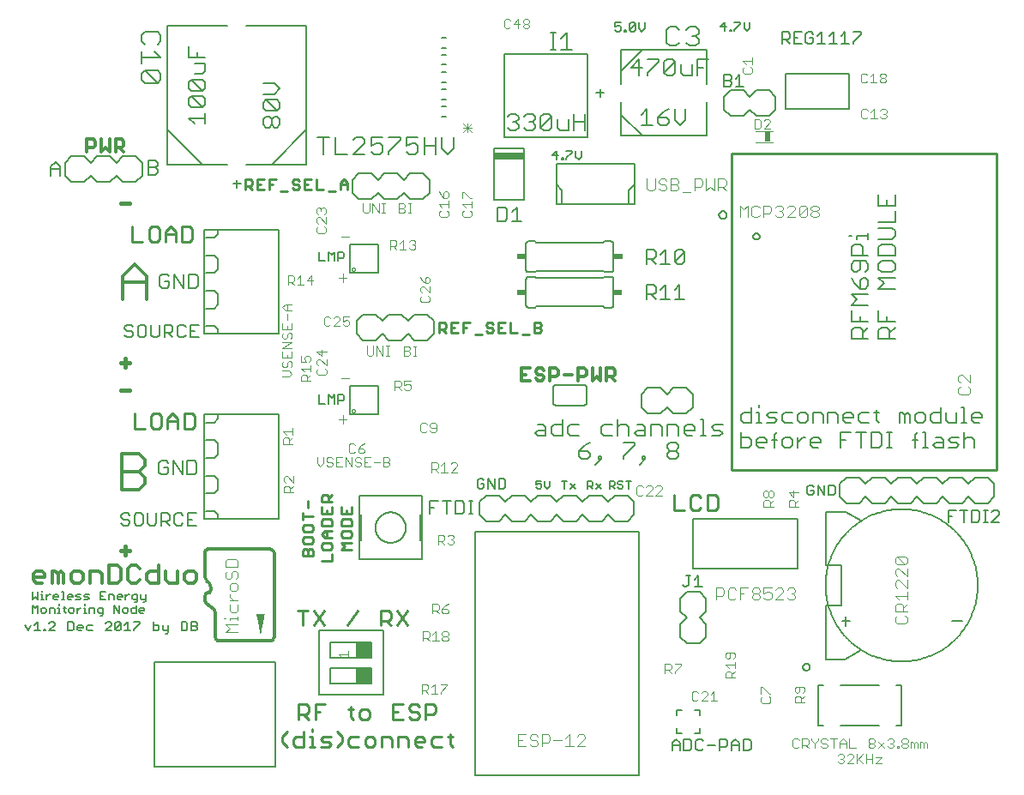
<source format=gto>
G75*
%MOIN*%
%OFA0B0*%
%FSLAX25Y25*%
%IPPOS*%
%LPD*%
%AMOC8*
5,1,8,0,0,1.08239X$1,22.5*
%
%ADD10C,0.00600*%
%ADD11C,0.01200*%
%ADD12C,0.00500*%
%ADD13C,0.00300*%
%ADD14C,0.00700*%
%ADD15R,0.25000X0.00200*%
%ADD16R,0.26000X0.00200*%
%ADD17R,0.26600X0.00200*%
%ADD18R,0.27000X0.00200*%
%ADD19R,0.27400X0.00200*%
%ADD20R,0.27600X0.00200*%
%ADD21R,0.01800X0.00200*%
%ADD22R,0.01600X0.00200*%
%ADD23R,0.01400X0.00200*%
%ADD24R,0.01200X0.00200*%
%ADD25R,0.02000X0.00200*%
%ADD26R,0.02400X0.00200*%
%ADD27R,0.02600X0.00200*%
%ADD28R,0.02200X0.00200*%
%ADD29R,0.03200X0.00200*%
%ADD30R,0.03000X0.00200*%
%ADD31R,0.02800X0.00200*%
%ADD32R,0.01000X0.00200*%
%ADD33R,0.00800X0.00200*%
%ADD34R,0.00600X0.00200*%
%ADD35R,0.00400X0.00200*%
%ADD36R,0.00200X0.00200*%
%ADD37R,0.23600X0.00200*%
%ADD38R,0.23200X0.00200*%
%ADD39R,0.23000X0.00200*%
%ADD40R,0.22600X0.00200*%
%ADD41R,0.22000X0.00200*%
%ADD42R,0.21200X0.00200*%
%ADD43C,0.00400*%
%ADD44C,0.01000*%
%ADD45C,0.00900*%
%ADD46C,0.01800*%
%ADD47C,0.01100*%
%ADD48C,0.00800*%
%ADD49R,0.02362X0.04331*%
%ADD50R,0.03400X0.02400*%
%ADD51R,0.06000X0.06000*%
D10*
X0149227Y0090031D02*
X0174427Y0090031D01*
X0174427Y0115031D01*
X0149227Y0115031D01*
X0149227Y0090031D01*
X0153827Y0094531D02*
X0169827Y0094531D01*
X0169827Y0100531D01*
X0153827Y0100531D01*
X0153827Y0094531D01*
X0153827Y0104531D02*
X0169827Y0104531D01*
X0169827Y0110531D01*
X0153827Y0110531D01*
X0153827Y0104531D01*
X0101871Y0115475D02*
X0101304Y0114908D01*
X0099602Y0114908D01*
X0099602Y0118311D01*
X0101304Y0118311D01*
X0101871Y0117744D01*
X0101871Y0117176D01*
X0101304Y0116609D01*
X0099602Y0116609D01*
X0101304Y0116609D02*
X0101871Y0116042D01*
X0101871Y0115475D01*
X0098188Y0115475D02*
X0098188Y0117744D01*
X0097621Y0118311D01*
X0095919Y0118311D01*
X0095919Y0114908D01*
X0097621Y0114908D01*
X0098188Y0115475D01*
X0090821Y0114908D02*
X0089120Y0114908D01*
X0088553Y0115475D01*
X0088553Y0117176D01*
X0087138Y0116609D02*
X0086571Y0117176D01*
X0084870Y0117176D01*
X0084870Y0118311D02*
X0084870Y0114908D01*
X0086571Y0114908D01*
X0087138Y0115475D01*
X0087138Y0116609D01*
X0090821Y0117176D02*
X0090821Y0114341D01*
X0090254Y0113774D01*
X0089687Y0113774D01*
X0079772Y0117744D02*
X0077503Y0115475D01*
X0077503Y0114908D01*
X0076089Y0114908D02*
X0073820Y0114908D01*
X0074955Y0114908D02*
X0074955Y0118311D01*
X0073820Y0117176D01*
X0072406Y0117744D02*
X0070137Y0115475D01*
X0070704Y0114908D01*
X0071839Y0114908D01*
X0072406Y0115475D01*
X0072406Y0117744D01*
X0071839Y0118311D01*
X0070704Y0118311D01*
X0070137Y0117744D01*
X0070137Y0115475D01*
X0068723Y0114908D02*
X0066454Y0114908D01*
X0068723Y0117176D01*
X0068723Y0117744D01*
X0068155Y0118311D01*
X0067021Y0118311D01*
X0066454Y0117744D01*
X0061356Y0117176D02*
X0059655Y0117176D01*
X0059088Y0116609D01*
X0059088Y0115475D01*
X0059655Y0114908D01*
X0061356Y0114908D01*
X0057673Y0116042D02*
X0055405Y0116042D01*
X0055405Y0115475D02*
X0055405Y0116609D01*
X0055972Y0117176D01*
X0057106Y0117176D01*
X0057673Y0116609D01*
X0057673Y0116042D01*
X0057106Y0114908D02*
X0055972Y0114908D01*
X0055405Y0115475D01*
X0053990Y0115475D02*
X0053990Y0117744D01*
X0053423Y0118311D01*
X0051721Y0118311D01*
X0051721Y0114908D01*
X0053423Y0114908D01*
X0053990Y0115475D01*
X0046624Y0114908D02*
X0044355Y0114908D01*
X0046624Y0117176D01*
X0046624Y0117744D01*
X0046057Y0118311D01*
X0044922Y0118311D01*
X0044355Y0117744D01*
X0043081Y0115475D02*
X0043081Y0114908D01*
X0042514Y0114908D01*
X0042514Y0115475D01*
X0043081Y0115475D01*
X0041099Y0114908D02*
X0038830Y0114908D01*
X0039965Y0114908D02*
X0039965Y0118311D01*
X0038830Y0117176D01*
X0037416Y0117176D02*
X0036282Y0114908D01*
X0035147Y0117176D01*
X0077503Y0118311D02*
X0079772Y0118311D01*
X0079772Y0117744D01*
X0192358Y0160370D02*
X0192358Y0165274D01*
X0195628Y0165274D01*
X0197423Y0165274D02*
X0200692Y0165274D01*
X0199057Y0165274D02*
X0199057Y0160370D01*
X0202487Y0160370D02*
X0204939Y0160370D01*
X0205756Y0161187D01*
X0205756Y0164456D01*
X0204939Y0165274D01*
X0202487Y0165274D01*
X0202487Y0160370D01*
X0207551Y0160370D02*
X0209186Y0160370D01*
X0208369Y0160370D02*
X0208369Y0165274D01*
X0209186Y0165274D02*
X0207551Y0165274D01*
X0211827Y0165031D02*
X0211827Y0160031D01*
X0214327Y0157531D01*
X0219327Y0157531D01*
X0221827Y0160031D01*
X0224327Y0157531D01*
X0229327Y0157531D01*
X0231827Y0160031D01*
X0234327Y0157531D01*
X0239327Y0157531D01*
X0241827Y0160031D01*
X0244327Y0157531D01*
X0249327Y0157531D01*
X0251827Y0160031D01*
X0254327Y0157531D01*
X0259327Y0157531D01*
X0261827Y0160031D01*
X0264327Y0157531D01*
X0269327Y0157531D01*
X0271827Y0160031D01*
X0271827Y0165031D01*
X0269327Y0167531D01*
X0264327Y0167531D01*
X0261827Y0165031D01*
X0259327Y0167531D01*
X0254327Y0167531D01*
X0251827Y0165031D01*
X0249327Y0167531D01*
X0244327Y0167531D01*
X0241827Y0165031D01*
X0239327Y0167531D01*
X0234327Y0167531D01*
X0231827Y0165031D01*
X0229327Y0167531D01*
X0224327Y0167531D01*
X0221827Y0165031D01*
X0219327Y0167531D01*
X0214327Y0167531D01*
X0211827Y0165031D01*
X0193993Y0162822D02*
X0192358Y0162822D01*
X0233226Y0191769D02*
X0234294Y0192836D01*
X0237496Y0192836D01*
X0237496Y0193904D02*
X0237496Y0190701D01*
X0234294Y0190701D01*
X0233226Y0191769D01*
X0234294Y0194972D02*
X0236429Y0194972D01*
X0237496Y0193904D01*
X0239672Y0193904D02*
X0240739Y0194972D01*
X0243942Y0194972D01*
X0243942Y0197107D02*
X0243942Y0190701D01*
X0240739Y0190701D01*
X0239672Y0191769D01*
X0239672Y0193904D01*
X0246117Y0193904D02*
X0246117Y0191769D01*
X0247185Y0190701D01*
X0250387Y0190701D01*
X0250387Y0194972D02*
X0247185Y0194972D01*
X0246117Y0193904D01*
X0252549Y0186939D02*
X0250414Y0184804D01*
X0253617Y0184804D01*
X0254684Y0183736D01*
X0254684Y0182669D01*
X0253617Y0181601D01*
X0251482Y0181601D01*
X0250414Y0182669D01*
X0250414Y0184804D01*
X0252549Y0186939D02*
X0254684Y0188007D01*
X0259008Y0191769D02*
X0260076Y0190701D01*
X0263278Y0190701D01*
X0265454Y0190701D02*
X0265454Y0197107D01*
X0266521Y0194972D02*
X0268656Y0194972D01*
X0269724Y0193904D01*
X0269724Y0190701D01*
X0271899Y0191769D02*
X0272967Y0192836D01*
X0276169Y0192836D01*
X0276169Y0193904D02*
X0276169Y0190701D01*
X0272967Y0190701D01*
X0271899Y0191769D01*
X0272967Y0194972D02*
X0275102Y0194972D01*
X0276169Y0193904D01*
X0278345Y0194972D02*
X0281547Y0194972D01*
X0282615Y0193904D01*
X0282615Y0190701D01*
X0284790Y0190701D02*
X0284790Y0194972D01*
X0287993Y0194972D01*
X0289060Y0193904D01*
X0289060Y0190701D01*
X0291236Y0191769D02*
X0291236Y0193904D01*
X0292303Y0194972D01*
X0294438Y0194972D01*
X0295506Y0193904D01*
X0295506Y0192836D01*
X0291236Y0192836D01*
X0291236Y0191769D02*
X0292303Y0190701D01*
X0294438Y0190701D01*
X0297681Y0190701D02*
X0299816Y0190701D01*
X0298749Y0190701D02*
X0298749Y0197107D01*
X0297681Y0197107D01*
X0301978Y0193904D02*
X0303046Y0194972D01*
X0306248Y0194972D01*
X0305181Y0192836D02*
X0303046Y0192836D01*
X0301978Y0193904D01*
X0301978Y0190701D02*
X0305181Y0190701D01*
X0306248Y0191769D01*
X0305181Y0192836D01*
X0289060Y0186939D02*
X0289060Y0185872D01*
X0287993Y0184804D01*
X0285858Y0184804D01*
X0284790Y0185872D01*
X0284790Y0186939D01*
X0285858Y0188007D01*
X0287993Y0188007D01*
X0289060Y0186939D01*
X0287993Y0184804D02*
X0289060Y0183736D01*
X0289060Y0182669D01*
X0287993Y0181601D01*
X0285858Y0181601D01*
X0284790Y0182669D01*
X0284790Y0183736D01*
X0285858Y0184804D01*
X0276183Y0182669D02*
X0276183Y0181601D01*
X0275115Y0181601D01*
X0275115Y0182669D01*
X0276183Y0182669D01*
X0276183Y0181601D02*
X0274048Y0179466D01*
X0267602Y0181601D02*
X0267602Y0182669D01*
X0271872Y0186939D01*
X0271872Y0188007D01*
X0267602Y0188007D01*
X0259008Y0191769D02*
X0259008Y0193904D01*
X0260076Y0194972D01*
X0263278Y0194972D01*
X0265454Y0193904D02*
X0266521Y0194972D01*
X0278345Y0194972D02*
X0278345Y0190701D01*
X0258995Y0182669D02*
X0258995Y0181601D01*
X0257927Y0181601D01*
X0257927Y0182669D01*
X0258995Y0182669D01*
X0258995Y0181601D02*
X0256860Y0179466D01*
X0252327Y0202531D02*
X0241327Y0202531D01*
X0241267Y0202533D01*
X0241206Y0202538D01*
X0241147Y0202547D01*
X0241088Y0202560D01*
X0241029Y0202576D01*
X0240972Y0202596D01*
X0240917Y0202619D01*
X0240862Y0202646D01*
X0240810Y0202675D01*
X0240759Y0202708D01*
X0240710Y0202744D01*
X0240664Y0202782D01*
X0240620Y0202824D01*
X0240578Y0202868D01*
X0240540Y0202914D01*
X0240504Y0202963D01*
X0240471Y0203014D01*
X0240442Y0203066D01*
X0240415Y0203121D01*
X0240392Y0203176D01*
X0240372Y0203233D01*
X0240356Y0203292D01*
X0240343Y0203351D01*
X0240334Y0203410D01*
X0240329Y0203471D01*
X0240327Y0203531D01*
X0240327Y0209531D01*
X0240329Y0209591D01*
X0240334Y0209652D01*
X0240343Y0209711D01*
X0240356Y0209770D01*
X0240372Y0209829D01*
X0240392Y0209886D01*
X0240415Y0209941D01*
X0240442Y0209996D01*
X0240471Y0210048D01*
X0240504Y0210099D01*
X0240540Y0210148D01*
X0240578Y0210194D01*
X0240620Y0210238D01*
X0240664Y0210280D01*
X0240710Y0210318D01*
X0240759Y0210354D01*
X0240810Y0210387D01*
X0240862Y0210416D01*
X0240917Y0210443D01*
X0240972Y0210466D01*
X0241029Y0210486D01*
X0241088Y0210502D01*
X0241147Y0210515D01*
X0241206Y0210524D01*
X0241267Y0210529D01*
X0241327Y0210531D01*
X0252327Y0210531D01*
X0252387Y0210529D01*
X0252448Y0210524D01*
X0252507Y0210515D01*
X0252566Y0210502D01*
X0252625Y0210486D01*
X0252682Y0210466D01*
X0252737Y0210443D01*
X0252792Y0210416D01*
X0252844Y0210387D01*
X0252895Y0210354D01*
X0252944Y0210318D01*
X0252990Y0210280D01*
X0253034Y0210238D01*
X0253076Y0210194D01*
X0253114Y0210148D01*
X0253150Y0210099D01*
X0253183Y0210048D01*
X0253212Y0209996D01*
X0253239Y0209941D01*
X0253262Y0209886D01*
X0253282Y0209829D01*
X0253298Y0209770D01*
X0253311Y0209711D01*
X0253320Y0209652D01*
X0253325Y0209591D01*
X0253327Y0209531D01*
X0253327Y0203531D01*
X0253325Y0203471D01*
X0253320Y0203410D01*
X0253311Y0203351D01*
X0253298Y0203292D01*
X0253282Y0203233D01*
X0253262Y0203176D01*
X0253239Y0203121D01*
X0253212Y0203066D01*
X0253183Y0203014D01*
X0253150Y0202963D01*
X0253114Y0202914D01*
X0253076Y0202868D01*
X0253034Y0202824D01*
X0252990Y0202782D01*
X0252944Y0202744D01*
X0252895Y0202708D01*
X0252844Y0202675D01*
X0252792Y0202646D01*
X0252737Y0202619D01*
X0252682Y0202596D01*
X0252625Y0202576D01*
X0252566Y0202560D01*
X0252507Y0202547D01*
X0252448Y0202538D01*
X0252387Y0202533D01*
X0252327Y0202531D01*
X0260327Y0240531D02*
X0259827Y0241031D01*
X0233827Y0241031D01*
X0233327Y0240531D01*
X0230827Y0240531D01*
X0230767Y0240533D01*
X0230706Y0240538D01*
X0230647Y0240547D01*
X0230588Y0240560D01*
X0230529Y0240576D01*
X0230472Y0240596D01*
X0230417Y0240619D01*
X0230362Y0240646D01*
X0230310Y0240675D01*
X0230259Y0240708D01*
X0230210Y0240744D01*
X0230164Y0240782D01*
X0230120Y0240824D01*
X0230078Y0240868D01*
X0230040Y0240914D01*
X0230004Y0240963D01*
X0229971Y0241014D01*
X0229942Y0241066D01*
X0229915Y0241121D01*
X0229892Y0241176D01*
X0229872Y0241233D01*
X0229856Y0241292D01*
X0229843Y0241351D01*
X0229834Y0241410D01*
X0229829Y0241471D01*
X0229827Y0241531D01*
X0229827Y0251531D01*
X0229829Y0251591D01*
X0229834Y0251652D01*
X0229843Y0251711D01*
X0229856Y0251770D01*
X0229872Y0251829D01*
X0229892Y0251886D01*
X0229915Y0251941D01*
X0229942Y0251996D01*
X0229971Y0252048D01*
X0230004Y0252099D01*
X0230040Y0252148D01*
X0230078Y0252194D01*
X0230120Y0252238D01*
X0230164Y0252280D01*
X0230210Y0252318D01*
X0230259Y0252354D01*
X0230310Y0252387D01*
X0230362Y0252416D01*
X0230417Y0252443D01*
X0230472Y0252466D01*
X0230529Y0252486D01*
X0230588Y0252502D01*
X0230647Y0252515D01*
X0230706Y0252524D01*
X0230767Y0252529D01*
X0230827Y0252531D01*
X0233327Y0252531D01*
X0233827Y0252031D01*
X0259827Y0252031D01*
X0260327Y0252531D01*
X0262827Y0252531D01*
X0262887Y0252529D01*
X0262948Y0252524D01*
X0263007Y0252515D01*
X0263066Y0252502D01*
X0263125Y0252486D01*
X0263182Y0252466D01*
X0263237Y0252443D01*
X0263292Y0252416D01*
X0263344Y0252387D01*
X0263395Y0252354D01*
X0263444Y0252318D01*
X0263490Y0252280D01*
X0263534Y0252238D01*
X0263576Y0252194D01*
X0263614Y0252148D01*
X0263650Y0252099D01*
X0263683Y0252048D01*
X0263712Y0251996D01*
X0263739Y0251941D01*
X0263762Y0251886D01*
X0263782Y0251829D01*
X0263798Y0251770D01*
X0263811Y0251711D01*
X0263820Y0251652D01*
X0263825Y0251591D01*
X0263827Y0251531D01*
X0263827Y0241531D01*
X0263825Y0241471D01*
X0263820Y0241410D01*
X0263811Y0241351D01*
X0263798Y0241292D01*
X0263782Y0241233D01*
X0263762Y0241176D01*
X0263739Y0241121D01*
X0263712Y0241066D01*
X0263683Y0241014D01*
X0263650Y0240963D01*
X0263614Y0240914D01*
X0263576Y0240868D01*
X0263534Y0240824D01*
X0263490Y0240782D01*
X0263444Y0240744D01*
X0263395Y0240708D01*
X0263344Y0240675D01*
X0263292Y0240646D01*
X0263237Y0240619D01*
X0263182Y0240596D01*
X0263125Y0240576D01*
X0263066Y0240560D01*
X0263007Y0240547D01*
X0262948Y0240538D01*
X0262887Y0240533D01*
X0262827Y0240531D01*
X0260327Y0240531D01*
X0260334Y0254256D02*
X0262834Y0254256D01*
X0262894Y0254258D01*
X0262955Y0254263D01*
X0263014Y0254272D01*
X0263073Y0254285D01*
X0263132Y0254301D01*
X0263189Y0254321D01*
X0263244Y0254344D01*
X0263299Y0254371D01*
X0263351Y0254400D01*
X0263402Y0254433D01*
X0263451Y0254469D01*
X0263497Y0254507D01*
X0263541Y0254549D01*
X0263583Y0254593D01*
X0263621Y0254639D01*
X0263657Y0254688D01*
X0263690Y0254739D01*
X0263719Y0254791D01*
X0263746Y0254846D01*
X0263769Y0254901D01*
X0263789Y0254958D01*
X0263805Y0255017D01*
X0263818Y0255076D01*
X0263827Y0255135D01*
X0263832Y0255196D01*
X0263834Y0255256D01*
X0263834Y0265256D01*
X0263832Y0265316D01*
X0263827Y0265377D01*
X0263818Y0265436D01*
X0263805Y0265495D01*
X0263789Y0265554D01*
X0263769Y0265611D01*
X0263746Y0265666D01*
X0263719Y0265721D01*
X0263690Y0265773D01*
X0263657Y0265824D01*
X0263621Y0265873D01*
X0263583Y0265919D01*
X0263541Y0265963D01*
X0263497Y0266005D01*
X0263451Y0266043D01*
X0263402Y0266079D01*
X0263351Y0266112D01*
X0263299Y0266141D01*
X0263244Y0266168D01*
X0263189Y0266191D01*
X0263132Y0266211D01*
X0263073Y0266227D01*
X0263014Y0266240D01*
X0262955Y0266249D01*
X0262894Y0266254D01*
X0262834Y0266256D01*
X0260334Y0266256D01*
X0259834Y0265756D01*
X0233834Y0265756D01*
X0233334Y0266256D01*
X0230834Y0266256D01*
X0230774Y0266254D01*
X0230713Y0266249D01*
X0230654Y0266240D01*
X0230595Y0266227D01*
X0230536Y0266211D01*
X0230479Y0266191D01*
X0230424Y0266168D01*
X0230369Y0266141D01*
X0230317Y0266112D01*
X0230266Y0266079D01*
X0230217Y0266043D01*
X0230171Y0266005D01*
X0230127Y0265963D01*
X0230085Y0265919D01*
X0230047Y0265873D01*
X0230011Y0265824D01*
X0229978Y0265773D01*
X0229949Y0265721D01*
X0229922Y0265666D01*
X0229899Y0265611D01*
X0229879Y0265554D01*
X0229863Y0265495D01*
X0229850Y0265436D01*
X0229841Y0265377D01*
X0229836Y0265316D01*
X0229834Y0265256D01*
X0229834Y0255256D01*
X0229836Y0255196D01*
X0229841Y0255135D01*
X0229850Y0255076D01*
X0229863Y0255017D01*
X0229879Y0254958D01*
X0229899Y0254901D01*
X0229922Y0254846D01*
X0229949Y0254791D01*
X0229978Y0254739D01*
X0230011Y0254688D01*
X0230047Y0254639D01*
X0230085Y0254593D01*
X0230127Y0254549D01*
X0230171Y0254507D01*
X0230217Y0254469D01*
X0230266Y0254433D01*
X0230317Y0254400D01*
X0230369Y0254371D01*
X0230424Y0254344D01*
X0230479Y0254321D01*
X0230536Y0254301D01*
X0230595Y0254285D01*
X0230654Y0254272D01*
X0230713Y0254263D01*
X0230774Y0254258D01*
X0230834Y0254256D01*
X0233334Y0254256D01*
X0233834Y0254756D01*
X0259834Y0254756D01*
X0260334Y0254256D01*
X0304827Y0276531D02*
X0304829Y0276608D01*
X0304835Y0276685D01*
X0304845Y0276762D01*
X0304859Y0276838D01*
X0304876Y0276913D01*
X0304898Y0276987D01*
X0304923Y0277060D01*
X0304953Y0277132D01*
X0304985Y0277202D01*
X0305022Y0277270D01*
X0305061Y0277336D01*
X0305104Y0277400D01*
X0305151Y0277462D01*
X0305200Y0277521D01*
X0305253Y0277578D01*
X0305308Y0277632D01*
X0305366Y0277683D01*
X0305427Y0277731D01*
X0305490Y0277776D01*
X0305555Y0277817D01*
X0305622Y0277855D01*
X0305691Y0277890D01*
X0305762Y0277920D01*
X0305834Y0277948D01*
X0305908Y0277971D01*
X0305982Y0277991D01*
X0306058Y0278007D01*
X0306134Y0278019D01*
X0306211Y0278027D01*
X0306288Y0278031D01*
X0306366Y0278031D01*
X0306443Y0278027D01*
X0306520Y0278019D01*
X0306596Y0278007D01*
X0306672Y0277991D01*
X0306746Y0277971D01*
X0306820Y0277948D01*
X0306892Y0277920D01*
X0306963Y0277890D01*
X0307032Y0277855D01*
X0307099Y0277817D01*
X0307164Y0277776D01*
X0307227Y0277731D01*
X0307288Y0277683D01*
X0307346Y0277632D01*
X0307401Y0277578D01*
X0307454Y0277521D01*
X0307503Y0277462D01*
X0307550Y0277400D01*
X0307593Y0277336D01*
X0307632Y0277270D01*
X0307669Y0277202D01*
X0307701Y0277132D01*
X0307731Y0277060D01*
X0307756Y0276987D01*
X0307778Y0276913D01*
X0307795Y0276838D01*
X0307809Y0276762D01*
X0307819Y0276685D01*
X0307825Y0276608D01*
X0307827Y0276531D01*
X0307825Y0276454D01*
X0307819Y0276377D01*
X0307809Y0276300D01*
X0307795Y0276224D01*
X0307778Y0276149D01*
X0307756Y0276075D01*
X0307731Y0276002D01*
X0307701Y0275930D01*
X0307669Y0275860D01*
X0307632Y0275792D01*
X0307593Y0275726D01*
X0307550Y0275662D01*
X0307503Y0275600D01*
X0307454Y0275541D01*
X0307401Y0275484D01*
X0307346Y0275430D01*
X0307288Y0275379D01*
X0307227Y0275331D01*
X0307164Y0275286D01*
X0307099Y0275245D01*
X0307032Y0275207D01*
X0306963Y0275172D01*
X0306892Y0275142D01*
X0306820Y0275114D01*
X0306746Y0275091D01*
X0306672Y0275071D01*
X0306596Y0275055D01*
X0306520Y0275043D01*
X0306443Y0275035D01*
X0306366Y0275031D01*
X0306288Y0275031D01*
X0306211Y0275035D01*
X0306134Y0275043D01*
X0306058Y0275055D01*
X0305982Y0275071D01*
X0305908Y0275091D01*
X0305834Y0275114D01*
X0305762Y0275142D01*
X0305691Y0275172D01*
X0305622Y0275207D01*
X0305555Y0275245D01*
X0305490Y0275286D01*
X0305427Y0275331D01*
X0305366Y0275379D01*
X0305308Y0275430D01*
X0305253Y0275484D01*
X0305200Y0275541D01*
X0305151Y0275600D01*
X0305104Y0275662D01*
X0305061Y0275726D01*
X0305022Y0275792D01*
X0304985Y0275860D01*
X0304953Y0275930D01*
X0304923Y0276002D01*
X0304898Y0276075D01*
X0304876Y0276149D01*
X0304859Y0276224D01*
X0304845Y0276300D01*
X0304835Y0276377D01*
X0304829Y0276454D01*
X0304827Y0276531D01*
X0355266Y0268258D02*
X0356333Y0268258D01*
X0358469Y0268258D02*
X0362739Y0268258D01*
X0362739Y0269325D02*
X0362739Y0267190D01*
X0359536Y0265015D02*
X0360604Y0263947D01*
X0360604Y0260745D01*
X0362739Y0260745D02*
X0356333Y0260745D01*
X0356333Y0263947D01*
X0357401Y0265015D01*
X0359536Y0265015D01*
X0358469Y0267190D02*
X0358469Y0268258D01*
X0366833Y0267190D02*
X0372171Y0267190D01*
X0373239Y0268258D01*
X0373239Y0270393D01*
X0372171Y0271460D01*
X0366833Y0271460D01*
X0366833Y0273636D02*
X0373239Y0273636D01*
X0373239Y0277906D01*
X0373239Y0280081D02*
X0373239Y0284351D01*
X0370036Y0282216D02*
X0370036Y0280081D01*
X0366833Y0280081D02*
X0373239Y0280081D01*
X0366833Y0280081D02*
X0366833Y0284351D01*
X0367901Y0265015D02*
X0366833Y0263947D01*
X0366833Y0260745D01*
X0373239Y0260745D01*
X0373239Y0263947D01*
X0372171Y0265015D01*
X0367901Y0265015D01*
X0367901Y0258570D02*
X0366833Y0257502D01*
X0366833Y0255367D01*
X0367901Y0254299D01*
X0372171Y0254299D01*
X0373239Y0255367D01*
X0373239Y0257502D01*
X0372171Y0258570D01*
X0367901Y0258570D01*
X0362739Y0257502D02*
X0361671Y0258570D01*
X0357401Y0258570D01*
X0356333Y0257502D01*
X0356333Y0255367D01*
X0357401Y0254299D01*
X0358469Y0254299D01*
X0359536Y0255367D01*
X0359536Y0258570D01*
X0362739Y0257502D02*
X0362739Y0255367D01*
X0361671Y0254299D01*
X0361671Y0252124D02*
X0360604Y0252124D01*
X0359536Y0251056D01*
X0359536Y0247854D01*
X0361671Y0247854D01*
X0362739Y0248921D01*
X0362739Y0251056D01*
X0361671Y0252124D01*
X0357401Y0249989D02*
X0359536Y0247854D01*
X0357401Y0249989D02*
X0356333Y0252124D01*
X0366833Y0252124D02*
X0373239Y0252124D01*
X0368969Y0249989D02*
X0366833Y0252124D01*
X0368969Y0249989D02*
X0366833Y0247854D01*
X0373239Y0247854D01*
X0362739Y0245679D02*
X0356333Y0245679D01*
X0358469Y0243543D01*
X0356333Y0241408D01*
X0362739Y0241408D01*
X0366833Y0239233D02*
X0366833Y0234963D01*
X0373239Y0234963D01*
X0373239Y0232788D02*
X0371104Y0230652D01*
X0371104Y0231720D02*
X0371104Y0228517D01*
X0373239Y0228517D02*
X0366833Y0228517D01*
X0366833Y0231720D01*
X0367901Y0232788D01*
X0370036Y0232788D01*
X0371104Y0231720D01*
X0370036Y0234963D02*
X0370036Y0237098D01*
X0362739Y0234963D02*
X0356333Y0234963D01*
X0356333Y0239233D01*
X0359536Y0237098D02*
X0359536Y0234963D01*
X0359536Y0232788D02*
X0360604Y0231720D01*
X0360604Y0228517D01*
X0362739Y0228517D02*
X0356333Y0228517D01*
X0356333Y0231720D01*
X0357401Y0232788D01*
X0359536Y0232788D01*
X0360604Y0230652D02*
X0362739Y0232788D01*
X0364327Y0174531D02*
X0369327Y0174531D01*
X0371827Y0172031D01*
X0374327Y0174531D01*
X0379327Y0174531D01*
X0381827Y0172031D01*
X0384327Y0174531D01*
X0389327Y0174531D01*
X0391827Y0172031D01*
X0394327Y0174531D01*
X0399327Y0174531D01*
X0401827Y0172031D01*
X0404327Y0174531D01*
X0409327Y0174531D01*
X0411827Y0172031D01*
X0411827Y0167031D01*
X0409327Y0164531D01*
X0404327Y0164531D01*
X0401827Y0167031D01*
X0399327Y0164531D01*
X0394327Y0164531D01*
X0391827Y0167031D01*
X0389327Y0164531D01*
X0384327Y0164531D01*
X0381827Y0167031D01*
X0379327Y0164531D01*
X0374327Y0164531D01*
X0371827Y0167031D01*
X0369327Y0164531D01*
X0364327Y0164531D01*
X0361827Y0167031D01*
X0359327Y0164531D01*
X0354327Y0164531D01*
X0351827Y0167031D01*
X0351827Y0172031D01*
X0354327Y0174531D01*
X0359327Y0174531D01*
X0361827Y0172031D01*
X0364327Y0174531D01*
X0297327Y0084031D02*
X0295327Y0084031D01*
X0297327Y0084031D02*
X0297327Y0082031D01*
X0297327Y0077031D02*
X0297327Y0075031D01*
X0295327Y0075031D01*
X0290327Y0075031D02*
X0288327Y0075031D01*
X0288327Y0077031D01*
X0288327Y0082031D02*
X0288327Y0084031D01*
X0290327Y0084031D01*
X0117426Y0287096D02*
X0117426Y0290096D01*
X0115926Y0288596D02*
X0118926Y0288596D01*
X0121126Y0296096D02*
X0130926Y0296096D01*
X0144426Y0309596D01*
X0134157Y0311592D02*
X0134157Y0313727D01*
X0133089Y0314795D01*
X0132022Y0314795D01*
X0130954Y0313727D01*
X0130954Y0311592D01*
X0129886Y0310524D01*
X0128819Y0310524D01*
X0127751Y0311592D01*
X0127751Y0313727D01*
X0128819Y0314795D01*
X0129886Y0314795D01*
X0130954Y0313727D01*
X0130954Y0311592D02*
X0132022Y0310524D01*
X0133089Y0310524D01*
X0134157Y0311592D01*
X0133089Y0316970D02*
X0128819Y0321240D01*
X0133089Y0321240D01*
X0134157Y0320172D01*
X0134157Y0318037D01*
X0133089Y0316970D01*
X0128819Y0316970D01*
X0127751Y0318037D01*
X0127751Y0320172D01*
X0128819Y0321240D01*
X0127751Y0323415D02*
X0132022Y0323415D01*
X0134157Y0325550D01*
X0132022Y0327686D01*
X0127751Y0327686D01*
X0105141Y0327996D02*
X0105141Y0325861D01*
X0104073Y0324793D01*
X0099803Y0329063D01*
X0104073Y0329063D01*
X0105141Y0327996D01*
X0104073Y0324793D02*
X0099803Y0324793D01*
X0098735Y0325861D01*
X0098735Y0327996D01*
X0099803Y0329063D01*
X0100871Y0331239D02*
X0104073Y0331239D01*
X0105141Y0332306D01*
X0105141Y0335509D01*
X0100871Y0335509D01*
X0101938Y0337684D02*
X0101938Y0339819D01*
X0098735Y0337684D02*
X0098735Y0341954D01*
X0098735Y0337684D02*
X0105141Y0337684D01*
X0113726Y0350096D02*
X0090426Y0350096D01*
X0090426Y0296096D01*
X0113726Y0296096D01*
X0103926Y0296096D02*
X0090426Y0309596D01*
X0098735Y0314037D02*
X0105141Y0314037D01*
X0105141Y0311902D02*
X0105141Y0316173D01*
X0104073Y0318348D02*
X0099803Y0322618D01*
X0104073Y0322618D01*
X0105141Y0321550D01*
X0105141Y0319415D01*
X0104073Y0318348D01*
X0099803Y0318348D01*
X0098735Y0319415D01*
X0098735Y0321550D01*
X0099803Y0322618D01*
X0098735Y0314037D02*
X0100871Y0311902D01*
X0130926Y0296096D02*
X0144426Y0296096D01*
X0144426Y0350096D01*
X0121126Y0350096D01*
X0197102Y0345490D02*
X0198702Y0345490D01*
X0198702Y0341490D02*
X0197102Y0341490D01*
X0197102Y0338690D02*
X0198702Y0338690D01*
X0198702Y0334890D02*
X0197102Y0334890D01*
X0197102Y0332090D02*
X0198702Y0332090D01*
X0198702Y0328090D02*
X0197102Y0328090D01*
X0197102Y0325290D02*
X0198702Y0325290D01*
X0198702Y0321490D02*
X0197102Y0321490D01*
X0197102Y0318690D02*
X0198702Y0318690D01*
X0198702Y0314690D02*
X0197102Y0314690D01*
X0222599Y0314674D02*
X0223666Y0315741D01*
X0225802Y0315741D01*
X0226869Y0314674D01*
X0226869Y0313606D01*
X0225802Y0312539D01*
X0226869Y0311471D01*
X0226869Y0310404D01*
X0225802Y0309336D01*
X0223666Y0309336D01*
X0222599Y0310404D01*
X0224734Y0312539D02*
X0225802Y0312539D01*
X0229044Y0314674D02*
X0230112Y0315741D01*
X0232247Y0315741D01*
X0233315Y0314674D01*
X0233315Y0313606D01*
X0232247Y0312539D01*
X0233315Y0311471D01*
X0233315Y0310404D01*
X0232247Y0309336D01*
X0230112Y0309336D01*
X0229044Y0310404D01*
X0231179Y0312539D02*
X0232247Y0312539D01*
X0235490Y0314674D02*
X0236557Y0315741D01*
X0238693Y0315741D01*
X0239760Y0314674D01*
X0235490Y0310404D01*
X0236557Y0309336D01*
X0238693Y0309336D01*
X0239760Y0310404D01*
X0239760Y0314674D01*
X0241935Y0313606D02*
X0241935Y0310404D01*
X0243003Y0309336D01*
X0246206Y0309336D01*
X0246206Y0313606D01*
X0248381Y0312539D02*
X0252651Y0312539D01*
X0252651Y0315741D02*
X0252651Y0309336D01*
X0248381Y0309336D02*
X0248381Y0315741D01*
X0257127Y0323931D02*
X0260127Y0323931D01*
X0258627Y0325431D02*
X0258627Y0322431D01*
X0266627Y0320431D02*
X0266627Y0315531D01*
X0274927Y0307231D01*
X0274663Y0311258D02*
X0278933Y0311258D01*
X0276798Y0311258D02*
X0276798Y0317664D01*
X0274663Y0315529D01*
X0281108Y0314461D02*
X0281108Y0312326D01*
X0282176Y0311258D01*
X0284311Y0311258D01*
X0285379Y0312326D01*
X0285379Y0313394D01*
X0284311Y0314461D01*
X0281108Y0314461D01*
X0283243Y0316596D01*
X0285379Y0317664D01*
X0287554Y0317664D02*
X0287554Y0313394D01*
X0289689Y0311258D01*
X0291824Y0313394D01*
X0291824Y0317664D01*
X0300027Y0320431D02*
X0300027Y0307231D01*
X0266627Y0307231D01*
X0266627Y0315531D01*
X0266627Y0327431D02*
X0266627Y0340631D01*
X0300027Y0340631D01*
X0300027Y0327431D01*
X0296412Y0330663D02*
X0296412Y0337069D01*
X0300683Y0337069D01*
X0298548Y0333866D02*
X0296412Y0333866D01*
X0294237Y0334934D02*
X0294237Y0330663D01*
X0291035Y0330663D01*
X0289967Y0331731D01*
X0289967Y0334934D01*
X0287792Y0336001D02*
X0283521Y0331731D01*
X0284589Y0330663D01*
X0286724Y0330663D01*
X0287792Y0331731D01*
X0287792Y0336001D01*
X0286724Y0337069D01*
X0284589Y0337069D01*
X0283521Y0336001D01*
X0283521Y0331731D01*
X0281346Y0336001D02*
X0277076Y0331731D01*
X0277076Y0330663D01*
X0273833Y0330663D02*
X0273833Y0337069D01*
X0270630Y0333866D01*
X0274901Y0333866D01*
X0277076Y0337069D02*
X0281346Y0337069D01*
X0281346Y0336001D01*
X0274927Y0340631D02*
X0266627Y0332331D01*
X0247794Y0340831D02*
X0243524Y0340831D01*
X0245659Y0340831D02*
X0245659Y0347237D01*
X0243524Y0345102D01*
X0241362Y0347237D02*
X0239227Y0347237D01*
X0240294Y0347237D02*
X0240294Y0340831D01*
X0239227Y0340831D02*
X0241362Y0340831D01*
X0264467Y0348421D02*
X0265034Y0347854D01*
X0266168Y0347854D01*
X0266736Y0348421D01*
X0266736Y0349556D01*
X0266168Y0350123D01*
X0265601Y0350123D01*
X0264467Y0349556D01*
X0264467Y0351257D01*
X0266736Y0351257D01*
X0268150Y0348421D02*
X0268717Y0348421D01*
X0268717Y0347854D01*
X0268150Y0347854D01*
X0268150Y0348421D01*
X0269992Y0348421D02*
X0272260Y0350690D01*
X0272260Y0348421D01*
X0271693Y0347854D01*
X0270559Y0347854D01*
X0269992Y0348421D01*
X0269992Y0350690D01*
X0270559Y0351257D01*
X0271693Y0351257D01*
X0272260Y0350690D01*
X0273675Y0351257D02*
X0273675Y0348988D01*
X0274809Y0347854D01*
X0275943Y0348988D01*
X0275943Y0351257D01*
X0305323Y0349644D02*
X0307591Y0349644D01*
X0307024Y0351345D02*
X0305323Y0349644D01*
X0307024Y0351345D02*
X0307024Y0347942D01*
X0309006Y0347942D02*
X0309573Y0347942D01*
X0309573Y0348509D01*
X0309006Y0348509D01*
X0309006Y0347942D01*
X0310848Y0347942D02*
X0310848Y0348509D01*
X0313116Y0350778D01*
X0313116Y0351345D01*
X0310848Y0351345D01*
X0314531Y0351345D02*
X0314531Y0349076D01*
X0315665Y0347942D01*
X0316799Y0349076D01*
X0316799Y0351345D01*
X0330839Y0331338D02*
X0355437Y0331338D01*
X0355437Y0317716D01*
X0330839Y0317716D01*
X0330839Y0331338D01*
X0251457Y0301417D02*
X0251457Y0299148D01*
X0250322Y0298014D01*
X0249188Y0299148D01*
X0249188Y0301417D01*
X0247773Y0301417D02*
X0247773Y0300850D01*
X0245505Y0298581D01*
X0245505Y0298014D01*
X0244230Y0298014D02*
X0243663Y0298014D01*
X0243663Y0298581D01*
X0244230Y0298581D01*
X0244230Y0298014D01*
X0241682Y0298014D02*
X0241682Y0301417D01*
X0239980Y0299715D01*
X0242249Y0299715D01*
X0245505Y0301417D02*
X0247773Y0301417D01*
X0235490Y0310404D02*
X0235490Y0314674D01*
D11*
X0082401Y0252759D02*
X0082401Y0243551D01*
X0073193Y0243551D02*
X0073193Y0252759D01*
X0077797Y0257363D01*
X0082401Y0252759D01*
X0082401Y0250457D02*
X0073193Y0250457D01*
X0073427Y0301101D02*
X0071825Y0302703D01*
X0072626Y0302703D02*
X0070224Y0302703D01*
X0070224Y0301101D02*
X0070224Y0305905D01*
X0072626Y0305905D01*
X0073427Y0305105D01*
X0073427Y0303503D01*
X0072626Y0302703D01*
X0067902Y0301101D02*
X0067902Y0305905D01*
X0064699Y0305905D02*
X0064699Y0301101D01*
X0066301Y0302703D01*
X0067902Y0301101D01*
X0062377Y0303503D02*
X0061577Y0302703D01*
X0059175Y0302703D01*
X0059175Y0301101D02*
X0059175Y0305905D01*
X0061577Y0305905D01*
X0062377Y0305105D01*
X0062377Y0303503D01*
X0228028Y0216905D02*
X0228028Y0212101D01*
X0231231Y0212101D01*
X0233553Y0212902D02*
X0234354Y0212101D01*
X0235955Y0212101D01*
X0236756Y0212902D01*
X0236756Y0213702D01*
X0235955Y0214503D01*
X0234354Y0214503D01*
X0233553Y0215304D01*
X0233553Y0216104D01*
X0234354Y0216905D01*
X0235955Y0216905D01*
X0236756Y0216104D01*
X0239078Y0216905D02*
X0241480Y0216905D01*
X0242281Y0216104D01*
X0242281Y0214503D01*
X0241480Y0213702D01*
X0239078Y0213702D01*
X0239078Y0212101D02*
X0239078Y0216905D01*
X0244603Y0214503D02*
X0247805Y0214503D01*
X0250127Y0213702D02*
X0252529Y0213702D01*
X0253330Y0214503D01*
X0253330Y0216104D01*
X0252529Y0216905D01*
X0250127Y0216905D01*
X0250127Y0212101D01*
X0255652Y0212101D02*
X0255652Y0216905D01*
X0258855Y0216905D02*
X0258855Y0212101D01*
X0257253Y0213702D01*
X0255652Y0212101D01*
X0261177Y0212101D02*
X0261177Y0216905D01*
X0263579Y0216905D01*
X0264379Y0216104D01*
X0264379Y0214503D01*
X0263579Y0213702D01*
X0261177Y0213702D01*
X0262778Y0213702D02*
X0264379Y0212101D01*
X0231231Y0216905D02*
X0228028Y0216905D01*
X0228028Y0214503D02*
X0229630Y0214503D01*
X0087000Y0140291D02*
X0087000Y0133485D01*
X0083597Y0133485D01*
X0082462Y0134620D01*
X0082462Y0136888D01*
X0083597Y0138023D01*
X0087000Y0138023D01*
X0089829Y0138023D02*
X0089829Y0134620D01*
X0090963Y0133485D01*
X0094366Y0133485D01*
X0094366Y0138023D01*
X0097195Y0136888D02*
X0097195Y0134620D01*
X0098329Y0133485D01*
X0100598Y0133485D01*
X0101732Y0134620D01*
X0101732Y0136888D01*
X0100598Y0138023D01*
X0098329Y0138023D01*
X0097195Y0136888D01*
X0079633Y0134620D02*
X0078499Y0133485D01*
X0076230Y0133485D01*
X0075096Y0134620D01*
X0075096Y0139157D01*
X0076230Y0140291D01*
X0078499Y0140291D01*
X0079633Y0139157D01*
X0072267Y0139157D02*
X0071133Y0140291D01*
X0067730Y0140291D01*
X0067730Y0133485D01*
X0071133Y0133485D01*
X0072267Y0134620D01*
X0072267Y0139157D01*
X0064901Y0136888D02*
X0064901Y0133485D01*
X0064901Y0136888D02*
X0063766Y0138023D01*
X0060363Y0138023D01*
X0060363Y0133485D01*
X0057534Y0134620D02*
X0057534Y0136888D01*
X0056400Y0138023D01*
X0054131Y0138023D01*
X0052997Y0136888D01*
X0052997Y0134620D01*
X0054131Y0133485D01*
X0056400Y0133485D01*
X0057534Y0134620D01*
X0050168Y0133485D02*
X0050168Y0136888D01*
X0049034Y0138023D01*
X0047899Y0136888D01*
X0047899Y0133485D01*
X0045631Y0133485D02*
X0045631Y0138023D01*
X0046765Y0138023D01*
X0047899Y0136888D01*
X0042802Y0136888D02*
X0042802Y0135754D01*
X0038265Y0135754D01*
X0038265Y0136888D02*
X0039399Y0138023D01*
X0041668Y0138023D01*
X0042802Y0136888D01*
X0041668Y0133485D02*
X0039399Y0133485D01*
X0038265Y0134620D01*
X0038265Y0136888D01*
X0072578Y0169835D02*
X0079484Y0169835D01*
X0081786Y0172137D01*
X0081786Y0174439D01*
X0079484Y0176741D01*
X0072578Y0176741D01*
X0079484Y0176741D02*
X0081786Y0179043D01*
X0081786Y0181345D01*
X0079484Y0183647D01*
X0072578Y0183647D01*
X0072578Y0169835D01*
D12*
X0085257Y0102553D02*
X0085257Y0062042D01*
X0132367Y0062042D01*
X0132364Y0062040D02*
X0132364Y0102553D01*
X0085257Y0102553D01*
X0080985Y0121763D02*
X0079984Y0121763D01*
X0079484Y0122264D01*
X0079484Y0123264D01*
X0079984Y0123765D01*
X0080985Y0123765D01*
X0081485Y0123264D01*
X0081485Y0122764D01*
X0079484Y0122764D01*
X0078263Y0123765D02*
X0076761Y0123765D01*
X0076261Y0123264D01*
X0076261Y0122264D01*
X0076761Y0121763D01*
X0078263Y0121763D01*
X0078263Y0124766D01*
X0078299Y0126012D02*
X0078800Y0126513D01*
X0078800Y0129015D01*
X0077299Y0129015D01*
X0076798Y0128514D01*
X0076798Y0127514D01*
X0077299Y0127013D01*
X0078800Y0127013D01*
X0078299Y0126012D02*
X0077799Y0126012D01*
X0080021Y0127514D02*
X0080521Y0127013D01*
X0082023Y0127013D01*
X0082023Y0126513D02*
X0081522Y0126012D01*
X0081022Y0126012D01*
X0082023Y0126513D02*
X0082023Y0129015D01*
X0080021Y0129015D02*
X0080021Y0127514D01*
X0075614Y0129015D02*
X0075113Y0129015D01*
X0074113Y0128014D01*
X0074113Y0127013D02*
X0074113Y0129015D01*
X0072891Y0128514D02*
X0072891Y0128014D01*
X0070890Y0128014D01*
X0070890Y0128514D02*
X0071390Y0129015D01*
X0072391Y0129015D01*
X0072891Y0128514D01*
X0072391Y0127013D02*
X0071390Y0127013D01*
X0070890Y0127514D01*
X0070890Y0128514D01*
X0069669Y0128514D02*
X0069669Y0127013D01*
X0069669Y0128514D02*
X0069168Y0129015D01*
X0067667Y0129015D01*
X0067667Y0127013D01*
X0066446Y0127013D02*
X0064444Y0127013D01*
X0064444Y0130016D01*
X0066446Y0130016D01*
X0065445Y0128514D02*
X0064444Y0128514D01*
X0060001Y0129015D02*
X0058499Y0129015D01*
X0057999Y0128514D01*
X0058499Y0128014D01*
X0059500Y0128014D01*
X0060001Y0127514D01*
X0059500Y0127013D01*
X0057999Y0127013D01*
X0056778Y0127514D02*
X0056277Y0128014D01*
X0055276Y0128014D01*
X0054776Y0128514D01*
X0055276Y0129015D01*
X0056778Y0129015D01*
X0056778Y0127514D02*
X0056277Y0127013D01*
X0054776Y0127013D01*
X0053555Y0128014D02*
X0051553Y0128014D01*
X0051553Y0128514D02*
X0052054Y0129015D01*
X0053055Y0129015D01*
X0053555Y0128514D01*
X0053555Y0128014D01*
X0053055Y0127013D02*
X0052054Y0127013D01*
X0051553Y0127514D01*
X0051553Y0128514D01*
X0050406Y0127013D02*
X0049405Y0127013D01*
X0049905Y0127013D02*
X0049905Y0130016D01*
X0049405Y0130016D01*
X0048184Y0128514D02*
X0048184Y0128014D01*
X0046182Y0128014D01*
X0046182Y0128514D02*
X0046682Y0129015D01*
X0047683Y0129015D01*
X0048184Y0128514D01*
X0047683Y0127013D02*
X0046682Y0127013D01*
X0046182Y0127514D01*
X0046182Y0128514D01*
X0044998Y0129015D02*
X0044497Y0129015D01*
X0043496Y0128014D01*
X0043496Y0127013D02*
X0043496Y0129015D01*
X0041848Y0129015D02*
X0041848Y0127013D01*
X0041348Y0127013D02*
X0042349Y0127013D01*
X0041848Y0129015D02*
X0041348Y0129015D01*
X0041848Y0130016D02*
X0041848Y0130516D01*
X0040127Y0130016D02*
X0040127Y0127013D01*
X0039126Y0128014D01*
X0038125Y0127013D01*
X0038125Y0130016D01*
X0038125Y0124766D02*
X0039126Y0123765D01*
X0040127Y0124766D01*
X0040127Y0121763D01*
X0041348Y0122264D02*
X0041848Y0121763D01*
X0042849Y0121763D01*
X0043350Y0122264D01*
X0043350Y0123264D01*
X0042849Y0123765D01*
X0041848Y0123765D01*
X0041348Y0123264D01*
X0041348Y0122264D01*
X0044571Y0121763D02*
X0044571Y0123765D01*
X0046072Y0123765D01*
X0046572Y0123264D01*
X0046572Y0121763D01*
X0047793Y0121763D02*
X0048794Y0121763D01*
X0048294Y0121763D02*
X0048294Y0123765D01*
X0047793Y0123765D01*
X0048294Y0124766D02*
X0048294Y0125266D01*
X0049942Y0123765D02*
X0050943Y0123765D01*
X0050442Y0124265D02*
X0050442Y0122264D01*
X0050943Y0121763D01*
X0052090Y0122264D02*
X0052591Y0121763D01*
X0053592Y0121763D01*
X0054092Y0122264D01*
X0054092Y0123264D01*
X0053592Y0123765D01*
X0052591Y0123765D01*
X0052090Y0123264D01*
X0052090Y0122264D01*
X0055313Y0122764D02*
X0056314Y0123765D01*
X0056814Y0123765D01*
X0057999Y0123765D02*
X0058499Y0123765D01*
X0058499Y0121763D01*
X0057999Y0121763D02*
X0059000Y0121763D01*
X0060147Y0121763D02*
X0060147Y0123765D01*
X0061649Y0123765D01*
X0062149Y0123264D01*
X0062149Y0121763D01*
X0063370Y0122264D02*
X0063870Y0121763D01*
X0065372Y0121763D01*
X0065372Y0121263D02*
X0065372Y0123765D01*
X0063870Y0123765D01*
X0063370Y0123264D01*
X0063370Y0122264D01*
X0064371Y0120762D02*
X0064871Y0120762D01*
X0065372Y0121263D01*
X0069816Y0121763D02*
X0069816Y0124766D01*
X0071817Y0121763D01*
X0071817Y0124766D01*
X0073038Y0123264D02*
X0073038Y0122264D01*
X0073539Y0121763D01*
X0074540Y0121763D01*
X0075040Y0122264D01*
X0075040Y0123264D01*
X0074540Y0123765D01*
X0073539Y0123765D01*
X0073038Y0123264D01*
X0058499Y0124766D02*
X0058499Y0125266D01*
X0055313Y0123765D02*
X0055313Y0121763D01*
X0038125Y0121763D02*
X0038125Y0124766D01*
X0088043Y0175554D02*
X0089878Y0175554D01*
X0090796Y0176472D01*
X0090796Y0178306D01*
X0088961Y0178306D01*
X0087126Y0176472D02*
X0088043Y0175554D01*
X0087126Y0176472D02*
X0087126Y0180141D01*
X0088043Y0181059D01*
X0089878Y0181059D01*
X0090796Y0180141D01*
X0092651Y0181059D02*
X0096320Y0175554D01*
X0096320Y0181059D01*
X0098175Y0181059D02*
X0100928Y0181059D01*
X0101845Y0180141D01*
X0101845Y0176472D01*
X0100928Y0175554D01*
X0098175Y0175554D01*
X0098175Y0181059D01*
X0092651Y0181059D02*
X0092651Y0175554D01*
X0149433Y0203114D02*
X0149433Y0206617D01*
X0149433Y0203114D02*
X0151768Y0203114D01*
X0153116Y0203114D02*
X0153116Y0206617D01*
X0154284Y0205450D01*
X0155451Y0206617D01*
X0155451Y0203114D01*
X0156799Y0203114D02*
X0156799Y0206617D01*
X0158551Y0206617D01*
X0159134Y0206033D01*
X0159134Y0204866D01*
X0158551Y0204282D01*
X0156799Y0204282D01*
X0164979Y0167212D02*
X0164979Y0142802D01*
X0189389Y0142802D01*
X0189389Y0167212D01*
X0164979Y0167212D01*
X0165767Y0160125D02*
X0165767Y0149889D01*
X0171278Y0155007D02*
X0171280Y0155160D01*
X0171286Y0155314D01*
X0171296Y0155467D01*
X0171310Y0155619D01*
X0171328Y0155772D01*
X0171350Y0155923D01*
X0171375Y0156074D01*
X0171405Y0156225D01*
X0171439Y0156375D01*
X0171476Y0156523D01*
X0171517Y0156671D01*
X0171562Y0156817D01*
X0171611Y0156963D01*
X0171664Y0157107D01*
X0171720Y0157249D01*
X0171780Y0157390D01*
X0171844Y0157530D01*
X0171911Y0157668D01*
X0171982Y0157804D01*
X0172057Y0157938D01*
X0172134Y0158070D01*
X0172216Y0158200D01*
X0172300Y0158328D01*
X0172388Y0158454D01*
X0172479Y0158577D01*
X0172573Y0158698D01*
X0172671Y0158816D01*
X0172771Y0158932D01*
X0172875Y0159045D01*
X0172981Y0159156D01*
X0173090Y0159264D01*
X0173202Y0159369D01*
X0173316Y0159470D01*
X0173434Y0159569D01*
X0173553Y0159665D01*
X0173675Y0159758D01*
X0173800Y0159847D01*
X0173927Y0159934D01*
X0174056Y0160016D01*
X0174187Y0160096D01*
X0174320Y0160172D01*
X0174455Y0160245D01*
X0174592Y0160314D01*
X0174731Y0160379D01*
X0174871Y0160441D01*
X0175013Y0160499D01*
X0175156Y0160554D01*
X0175301Y0160605D01*
X0175447Y0160652D01*
X0175594Y0160695D01*
X0175742Y0160734D01*
X0175891Y0160770D01*
X0176041Y0160801D01*
X0176192Y0160829D01*
X0176343Y0160853D01*
X0176496Y0160873D01*
X0176648Y0160889D01*
X0176801Y0160901D01*
X0176954Y0160909D01*
X0177107Y0160913D01*
X0177261Y0160913D01*
X0177414Y0160909D01*
X0177567Y0160901D01*
X0177720Y0160889D01*
X0177872Y0160873D01*
X0178025Y0160853D01*
X0178176Y0160829D01*
X0178327Y0160801D01*
X0178477Y0160770D01*
X0178626Y0160734D01*
X0178774Y0160695D01*
X0178921Y0160652D01*
X0179067Y0160605D01*
X0179212Y0160554D01*
X0179355Y0160499D01*
X0179497Y0160441D01*
X0179637Y0160379D01*
X0179776Y0160314D01*
X0179913Y0160245D01*
X0180048Y0160172D01*
X0180181Y0160096D01*
X0180312Y0160016D01*
X0180441Y0159934D01*
X0180568Y0159847D01*
X0180693Y0159758D01*
X0180815Y0159665D01*
X0180934Y0159569D01*
X0181052Y0159470D01*
X0181166Y0159369D01*
X0181278Y0159264D01*
X0181387Y0159156D01*
X0181493Y0159045D01*
X0181597Y0158932D01*
X0181697Y0158816D01*
X0181795Y0158698D01*
X0181889Y0158577D01*
X0181980Y0158454D01*
X0182068Y0158328D01*
X0182152Y0158200D01*
X0182234Y0158070D01*
X0182311Y0157938D01*
X0182386Y0157804D01*
X0182457Y0157668D01*
X0182524Y0157530D01*
X0182588Y0157390D01*
X0182648Y0157249D01*
X0182704Y0157107D01*
X0182757Y0156963D01*
X0182806Y0156817D01*
X0182851Y0156671D01*
X0182892Y0156523D01*
X0182929Y0156375D01*
X0182963Y0156225D01*
X0182993Y0156074D01*
X0183018Y0155923D01*
X0183040Y0155772D01*
X0183058Y0155619D01*
X0183072Y0155467D01*
X0183082Y0155314D01*
X0183088Y0155160D01*
X0183090Y0155007D01*
X0183088Y0154854D01*
X0183082Y0154700D01*
X0183072Y0154547D01*
X0183058Y0154395D01*
X0183040Y0154242D01*
X0183018Y0154091D01*
X0182993Y0153940D01*
X0182963Y0153789D01*
X0182929Y0153639D01*
X0182892Y0153491D01*
X0182851Y0153343D01*
X0182806Y0153197D01*
X0182757Y0153051D01*
X0182704Y0152907D01*
X0182648Y0152765D01*
X0182588Y0152624D01*
X0182524Y0152484D01*
X0182457Y0152346D01*
X0182386Y0152210D01*
X0182311Y0152076D01*
X0182234Y0151944D01*
X0182152Y0151814D01*
X0182068Y0151686D01*
X0181980Y0151560D01*
X0181889Y0151437D01*
X0181795Y0151316D01*
X0181697Y0151198D01*
X0181597Y0151082D01*
X0181493Y0150969D01*
X0181387Y0150858D01*
X0181278Y0150750D01*
X0181166Y0150645D01*
X0181052Y0150544D01*
X0180934Y0150445D01*
X0180815Y0150349D01*
X0180693Y0150256D01*
X0180568Y0150167D01*
X0180441Y0150080D01*
X0180312Y0149998D01*
X0180181Y0149918D01*
X0180048Y0149842D01*
X0179913Y0149769D01*
X0179776Y0149700D01*
X0179637Y0149635D01*
X0179497Y0149573D01*
X0179355Y0149515D01*
X0179212Y0149460D01*
X0179067Y0149409D01*
X0178921Y0149362D01*
X0178774Y0149319D01*
X0178626Y0149280D01*
X0178477Y0149244D01*
X0178327Y0149213D01*
X0178176Y0149185D01*
X0178025Y0149161D01*
X0177872Y0149141D01*
X0177720Y0149125D01*
X0177567Y0149113D01*
X0177414Y0149105D01*
X0177261Y0149101D01*
X0177107Y0149101D01*
X0176954Y0149105D01*
X0176801Y0149113D01*
X0176648Y0149125D01*
X0176496Y0149141D01*
X0176343Y0149161D01*
X0176192Y0149185D01*
X0176041Y0149213D01*
X0175891Y0149244D01*
X0175742Y0149280D01*
X0175594Y0149319D01*
X0175447Y0149362D01*
X0175301Y0149409D01*
X0175156Y0149460D01*
X0175013Y0149515D01*
X0174871Y0149573D01*
X0174731Y0149635D01*
X0174592Y0149700D01*
X0174455Y0149769D01*
X0174320Y0149842D01*
X0174187Y0149918D01*
X0174056Y0149998D01*
X0173927Y0150080D01*
X0173800Y0150167D01*
X0173675Y0150256D01*
X0173553Y0150349D01*
X0173434Y0150445D01*
X0173316Y0150544D01*
X0173202Y0150645D01*
X0173090Y0150750D01*
X0172981Y0150858D01*
X0172875Y0150969D01*
X0172771Y0151082D01*
X0172671Y0151198D01*
X0172573Y0151316D01*
X0172479Y0151437D01*
X0172388Y0151560D01*
X0172300Y0151686D01*
X0172216Y0151814D01*
X0172134Y0151944D01*
X0172057Y0152076D01*
X0171982Y0152210D01*
X0171911Y0152346D01*
X0171844Y0152484D01*
X0171780Y0152624D01*
X0171720Y0152765D01*
X0171664Y0152907D01*
X0171611Y0153051D01*
X0171562Y0153197D01*
X0171517Y0153343D01*
X0171476Y0153491D01*
X0171439Y0153639D01*
X0171405Y0153789D01*
X0171375Y0153940D01*
X0171350Y0154091D01*
X0171328Y0154242D01*
X0171310Y0154395D01*
X0171296Y0154547D01*
X0171286Y0154700D01*
X0171280Y0154854D01*
X0171278Y0155007D01*
X0188601Y0149889D02*
X0188601Y0160125D01*
X0210047Y0153531D02*
X0210047Y0058649D01*
X0273827Y0058649D01*
X0273827Y0153531D01*
X0210047Y0153531D01*
X0233803Y0170602D02*
X0234303Y0170102D01*
X0235304Y0170102D01*
X0235805Y0170602D01*
X0235805Y0171603D01*
X0235304Y0172103D01*
X0234804Y0172103D01*
X0233803Y0171603D01*
X0233803Y0173104D01*
X0235805Y0173104D01*
X0237026Y0173104D02*
X0237026Y0171102D01*
X0238026Y0170102D01*
X0239027Y0171102D01*
X0239027Y0173104D01*
X0243811Y0173065D02*
X0245813Y0173065D01*
X0244812Y0173065D02*
X0244812Y0170062D01*
X0247034Y0170062D02*
X0249035Y0172064D01*
X0247034Y0172064D02*
X0249035Y0170062D01*
X0253816Y0170028D02*
X0253816Y0173030D01*
X0255317Y0173030D01*
X0255817Y0172530D01*
X0255817Y0171529D01*
X0255317Y0171029D01*
X0253816Y0171029D01*
X0254817Y0171029D02*
X0255817Y0170028D01*
X0257038Y0170028D02*
X0259040Y0172029D01*
X0259040Y0170028D02*
X0257038Y0172029D01*
X0262211Y0171074D02*
X0263712Y0171074D01*
X0264213Y0171574D01*
X0264213Y0172575D01*
X0263712Y0173076D01*
X0262211Y0173076D01*
X0262211Y0170073D01*
X0263212Y0171074D02*
X0264213Y0170073D01*
X0265434Y0170574D02*
X0265934Y0170073D01*
X0266935Y0170073D01*
X0267435Y0170574D01*
X0267435Y0171074D01*
X0266935Y0171574D01*
X0265934Y0171574D01*
X0265434Y0172075D01*
X0265434Y0172575D01*
X0265934Y0173076D01*
X0266935Y0173076D01*
X0267435Y0172575D01*
X0268656Y0173076D02*
X0270658Y0173076D01*
X0269657Y0173076D02*
X0269657Y0170073D01*
X0313275Y0185934D02*
X0313275Y0191939D01*
X0313275Y0189937D02*
X0316277Y0189937D01*
X0317278Y0188936D01*
X0317278Y0186935D01*
X0316277Y0185934D01*
X0313275Y0185934D01*
X0319260Y0186935D02*
X0319260Y0188936D01*
X0320261Y0189937D01*
X0322263Y0189937D01*
X0323263Y0188936D01*
X0323263Y0187935D01*
X0319260Y0187935D01*
X0319260Y0186935D02*
X0320261Y0185934D01*
X0322263Y0185934D01*
X0326246Y0185934D02*
X0326246Y0190938D01*
X0327247Y0191939D01*
X0327247Y0188936D02*
X0325245Y0188936D01*
X0329235Y0188936D02*
X0329235Y0186935D01*
X0330236Y0185934D01*
X0332238Y0185934D01*
X0333239Y0186935D01*
X0333239Y0188936D01*
X0332238Y0189937D01*
X0330236Y0189937D01*
X0329235Y0188936D01*
X0335220Y0187935D02*
X0337222Y0189937D01*
X0338223Y0189937D01*
X0340208Y0188936D02*
X0341209Y0189937D01*
X0343210Y0189937D01*
X0344211Y0188936D01*
X0344211Y0187935D01*
X0340208Y0187935D01*
X0340208Y0186935D02*
X0340208Y0188936D01*
X0340208Y0186935D02*
X0341209Y0185934D01*
X0343210Y0185934D01*
X0335220Y0185934D02*
X0335220Y0189937D01*
X0336221Y0195684D02*
X0335220Y0196685D01*
X0335220Y0198686D01*
X0336221Y0199687D01*
X0338223Y0199687D01*
X0339224Y0198686D01*
X0339224Y0196685D01*
X0338223Y0195684D01*
X0336221Y0195684D01*
X0333239Y0195684D02*
X0330236Y0195684D01*
X0329235Y0196685D01*
X0329235Y0198686D01*
X0330236Y0199687D01*
X0333239Y0199687D01*
X0327253Y0199687D02*
X0324251Y0199687D01*
X0323250Y0198686D01*
X0324251Y0197685D01*
X0326253Y0197685D01*
X0327253Y0196685D01*
X0326253Y0195684D01*
X0323250Y0195684D01*
X0321262Y0195684D02*
X0319260Y0195684D01*
X0320261Y0195684D02*
X0320261Y0199687D01*
X0319260Y0199687D01*
X0317278Y0199687D02*
X0314276Y0199687D01*
X0313275Y0198686D01*
X0313275Y0196685D01*
X0314276Y0195684D01*
X0317278Y0195684D01*
X0317278Y0201689D01*
X0320261Y0201689D02*
X0320261Y0202690D01*
X0341205Y0199687D02*
X0341205Y0195684D01*
X0341205Y0199687D02*
X0344208Y0199687D01*
X0345209Y0198686D01*
X0345209Y0195684D01*
X0347190Y0195684D02*
X0347190Y0199687D01*
X0350193Y0199687D01*
X0351194Y0198686D01*
X0351194Y0195684D01*
X0353176Y0196685D02*
X0353176Y0198686D01*
X0354176Y0199687D01*
X0356178Y0199687D01*
X0357179Y0198686D01*
X0357179Y0197685D01*
X0353176Y0197685D01*
X0353176Y0196685D02*
X0354176Y0195684D01*
X0356178Y0195684D01*
X0359161Y0196685D02*
X0360162Y0195684D01*
X0363164Y0195684D01*
X0366147Y0196685D02*
X0367148Y0195684D01*
X0366147Y0196685D02*
X0366147Y0200688D01*
X0365146Y0199687D02*
X0367148Y0199687D01*
X0363164Y0199687D02*
X0360162Y0199687D01*
X0359161Y0198686D01*
X0359161Y0196685D01*
X0358163Y0191939D02*
X0362167Y0191939D01*
X0364148Y0191939D02*
X0367151Y0191939D01*
X0368152Y0190938D01*
X0368152Y0186935D01*
X0367151Y0185934D01*
X0364148Y0185934D01*
X0364148Y0191939D01*
X0360165Y0191939D02*
X0360165Y0185934D01*
X0354180Y0188936D02*
X0352178Y0188936D01*
X0352178Y0185934D02*
X0352178Y0191939D01*
X0356181Y0191939D01*
X0370133Y0191939D02*
X0372135Y0191939D01*
X0371134Y0191939D02*
X0371134Y0185934D01*
X0370133Y0185934D02*
X0372135Y0185934D01*
X0380109Y0188936D02*
X0382110Y0188936D01*
X0381109Y0190938D02*
X0381109Y0185934D01*
X0384099Y0185934D02*
X0386100Y0185934D01*
X0385099Y0185934D02*
X0385099Y0191939D01*
X0384099Y0191939D01*
X0382110Y0191939D02*
X0381109Y0190938D01*
X0382107Y0195684D02*
X0381106Y0196685D01*
X0381106Y0198686D01*
X0382107Y0199687D01*
X0384109Y0199687D01*
X0385110Y0198686D01*
X0385110Y0196685D01*
X0384109Y0195684D01*
X0382107Y0195684D01*
X0379124Y0195684D02*
X0379124Y0198686D01*
X0378124Y0199687D01*
X0377123Y0198686D01*
X0377123Y0195684D01*
X0375121Y0195684D02*
X0375121Y0199687D01*
X0376122Y0199687D01*
X0377123Y0198686D01*
X0387091Y0198686D02*
X0387091Y0196685D01*
X0388092Y0195684D01*
X0391095Y0195684D01*
X0391095Y0201689D01*
X0391095Y0199687D02*
X0388092Y0199687D01*
X0387091Y0198686D01*
X0393076Y0199687D02*
X0393076Y0196685D01*
X0394077Y0195684D01*
X0397080Y0195684D01*
X0397080Y0199687D01*
X0399061Y0201689D02*
X0400062Y0201689D01*
X0400062Y0195684D01*
X0399061Y0195684D02*
X0401063Y0195684D01*
X0403052Y0196685D02*
X0403052Y0198686D01*
X0404052Y0199687D01*
X0406054Y0199687D01*
X0407055Y0198686D01*
X0407055Y0197685D01*
X0403052Y0197685D01*
X0403052Y0196685D02*
X0404052Y0195684D01*
X0406054Y0195684D01*
X0403062Y0189937D02*
X0401060Y0189937D01*
X0400059Y0188936D01*
X0398077Y0189937D02*
X0395075Y0189937D01*
X0394074Y0188936D01*
X0395075Y0187935D01*
X0397076Y0187935D01*
X0398077Y0186935D01*
X0397076Y0185934D01*
X0394074Y0185934D01*
X0392092Y0185934D02*
X0389090Y0185934D01*
X0388089Y0186935D01*
X0389090Y0187935D01*
X0392092Y0187935D01*
X0392092Y0188936D02*
X0392092Y0185934D01*
X0392092Y0188936D02*
X0391091Y0189937D01*
X0389090Y0189937D01*
X0400059Y0191939D02*
X0400059Y0185934D01*
X0404062Y0185934D02*
X0404062Y0188936D01*
X0403062Y0189937D01*
X0403130Y0161663D02*
X0405382Y0161663D01*
X0406132Y0160912D01*
X0406132Y0157910D01*
X0405382Y0157159D01*
X0403130Y0157159D01*
X0403130Y0161663D01*
X0401528Y0161663D02*
X0398526Y0161663D01*
X0400027Y0161663D02*
X0400027Y0157159D01*
X0395423Y0159411D02*
X0393922Y0159411D01*
X0393922Y0157159D02*
X0393922Y0161663D01*
X0396924Y0161663D01*
X0407734Y0161663D02*
X0409235Y0161663D01*
X0408484Y0161663D02*
X0408484Y0157159D01*
X0407734Y0157159D02*
X0409235Y0157159D01*
X0410803Y0157159D02*
X0413805Y0160162D01*
X0413805Y0160912D01*
X0413055Y0161663D01*
X0411554Y0161663D01*
X0410803Y0160912D01*
X0410803Y0157159D02*
X0413805Y0157159D01*
X0346234Y0132531D02*
X0346243Y0133257D01*
X0346270Y0133983D01*
X0346314Y0134708D01*
X0346376Y0135432D01*
X0346457Y0136153D01*
X0346554Y0136873D01*
X0346670Y0137590D01*
X0346803Y0138304D01*
X0346953Y0139015D01*
X0347121Y0139722D01*
X0347306Y0140424D01*
X0347508Y0141121D01*
X0347728Y0141814D01*
X0347964Y0142501D01*
X0348217Y0143181D01*
X0348487Y0143856D01*
X0348773Y0144523D01*
X0349075Y0145184D01*
X0349394Y0145836D01*
X0349728Y0146481D01*
X0350079Y0147117D01*
X0350444Y0147745D01*
X0350825Y0148363D01*
X0351221Y0148972D01*
X0351632Y0149571D01*
X0352058Y0150160D01*
X0352497Y0150738D01*
X0352951Y0151305D01*
X0353419Y0151860D01*
X0353900Y0152404D01*
X0354394Y0152937D01*
X0354902Y0153456D01*
X0355421Y0153964D01*
X0355954Y0154458D01*
X0356498Y0154939D01*
X0357053Y0155407D01*
X0357620Y0155861D01*
X0358198Y0156300D01*
X0358787Y0156726D01*
X0359386Y0157137D01*
X0359995Y0157533D01*
X0360613Y0157914D01*
X0361241Y0158279D01*
X0361877Y0158630D01*
X0362522Y0158964D01*
X0363174Y0159283D01*
X0363835Y0159585D01*
X0364502Y0159871D01*
X0365177Y0160141D01*
X0365857Y0160394D01*
X0366544Y0160630D01*
X0367237Y0160850D01*
X0367934Y0161052D01*
X0368636Y0161237D01*
X0369343Y0161405D01*
X0370054Y0161555D01*
X0370768Y0161688D01*
X0371485Y0161804D01*
X0372205Y0161901D01*
X0372926Y0161982D01*
X0373650Y0162044D01*
X0374375Y0162088D01*
X0375101Y0162115D01*
X0375827Y0162124D01*
X0376553Y0162115D01*
X0377279Y0162088D01*
X0378004Y0162044D01*
X0378728Y0161982D01*
X0379449Y0161901D01*
X0380169Y0161804D01*
X0380886Y0161688D01*
X0381600Y0161555D01*
X0382311Y0161405D01*
X0383018Y0161237D01*
X0383720Y0161052D01*
X0384417Y0160850D01*
X0385110Y0160630D01*
X0385797Y0160394D01*
X0386477Y0160141D01*
X0387152Y0159871D01*
X0387819Y0159585D01*
X0388480Y0159283D01*
X0389132Y0158964D01*
X0389777Y0158630D01*
X0390413Y0158279D01*
X0391041Y0157914D01*
X0391659Y0157533D01*
X0392268Y0157137D01*
X0392867Y0156726D01*
X0393456Y0156300D01*
X0394034Y0155861D01*
X0394601Y0155407D01*
X0395156Y0154939D01*
X0395700Y0154458D01*
X0396233Y0153964D01*
X0396752Y0153456D01*
X0397260Y0152937D01*
X0397754Y0152404D01*
X0398235Y0151860D01*
X0398703Y0151305D01*
X0399157Y0150738D01*
X0399596Y0150160D01*
X0400022Y0149571D01*
X0400433Y0148972D01*
X0400829Y0148363D01*
X0401210Y0147745D01*
X0401575Y0147117D01*
X0401926Y0146481D01*
X0402260Y0145836D01*
X0402579Y0145184D01*
X0402881Y0144523D01*
X0403167Y0143856D01*
X0403437Y0143181D01*
X0403690Y0142501D01*
X0403926Y0141814D01*
X0404146Y0141121D01*
X0404348Y0140424D01*
X0404533Y0139722D01*
X0404701Y0139015D01*
X0404851Y0138304D01*
X0404984Y0137590D01*
X0405100Y0136873D01*
X0405197Y0136153D01*
X0405278Y0135432D01*
X0405340Y0134708D01*
X0405384Y0133983D01*
X0405411Y0133257D01*
X0405420Y0132531D01*
X0405411Y0131805D01*
X0405384Y0131079D01*
X0405340Y0130354D01*
X0405278Y0129630D01*
X0405197Y0128909D01*
X0405100Y0128189D01*
X0404984Y0127472D01*
X0404851Y0126758D01*
X0404701Y0126047D01*
X0404533Y0125340D01*
X0404348Y0124638D01*
X0404146Y0123941D01*
X0403926Y0123248D01*
X0403690Y0122561D01*
X0403437Y0121881D01*
X0403167Y0121206D01*
X0402881Y0120539D01*
X0402579Y0119878D01*
X0402260Y0119226D01*
X0401926Y0118581D01*
X0401575Y0117945D01*
X0401210Y0117317D01*
X0400829Y0116699D01*
X0400433Y0116090D01*
X0400022Y0115491D01*
X0399596Y0114902D01*
X0399157Y0114324D01*
X0398703Y0113757D01*
X0398235Y0113202D01*
X0397754Y0112658D01*
X0397260Y0112125D01*
X0396752Y0111606D01*
X0396233Y0111098D01*
X0395700Y0110604D01*
X0395156Y0110123D01*
X0394601Y0109655D01*
X0394034Y0109201D01*
X0393456Y0108762D01*
X0392867Y0108336D01*
X0392268Y0107925D01*
X0391659Y0107529D01*
X0391041Y0107148D01*
X0390413Y0106783D01*
X0389777Y0106432D01*
X0389132Y0106098D01*
X0388480Y0105779D01*
X0387819Y0105477D01*
X0387152Y0105191D01*
X0386477Y0104921D01*
X0385797Y0104668D01*
X0385110Y0104432D01*
X0384417Y0104212D01*
X0383720Y0104010D01*
X0383018Y0103825D01*
X0382311Y0103657D01*
X0381600Y0103507D01*
X0380886Y0103374D01*
X0380169Y0103258D01*
X0379449Y0103161D01*
X0378728Y0103080D01*
X0378004Y0103018D01*
X0377279Y0102974D01*
X0376553Y0102947D01*
X0375827Y0102938D01*
X0375101Y0102947D01*
X0374375Y0102974D01*
X0373650Y0103018D01*
X0372926Y0103080D01*
X0372205Y0103161D01*
X0371485Y0103258D01*
X0370768Y0103374D01*
X0370054Y0103507D01*
X0369343Y0103657D01*
X0368636Y0103825D01*
X0367934Y0104010D01*
X0367237Y0104212D01*
X0366544Y0104432D01*
X0365857Y0104668D01*
X0365177Y0104921D01*
X0364502Y0105191D01*
X0363835Y0105477D01*
X0363174Y0105779D01*
X0362522Y0106098D01*
X0361877Y0106432D01*
X0361241Y0106783D01*
X0360613Y0107148D01*
X0359995Y0107529D01*
X0359386Y0107925D01*
X0358787Y0108336D01*
X0358198Y0108762D01*
X0357620Y0109201D01*
X0357053Y0109655D01*
X0356498Y0110123D01*
X0355954Y0110604D01*
X0355421Y0111098D01*
X0354902Y0111606D01*
X0354394Y0112125D01*
X0353900Y0112658D01*
X0353419Y0113202D01*
X0352951Y0113757D01*
X0352497Y0114324D01*
X0352058Y0114902D01*
X0351632Y0115491D01*
X0351221Y0116090D01*
X0350825Y0116699D01*
X0350444Y0117317D01*
X0350079Y0117945D01*
X0349728Y0118581D01*
X0349394Y0119226D01*
X0349075Y0119878D01*
X0348773Y0120539D01*
X0348487Y0121206D01*
X0348217Y0121881D01*
X0347964Y0122561D01*
X0347728Y0123248D01*
X0347508Y0123941D01*
X0347306Y0124638D01*
X0347121Y0125340D01*
X0346953Y0126047D01*
X0346803Y0126758D01*
X0346670Y0127472D01*
X0346554Y0128189D01*
X0346457Y0128909D01*
X0346376Y0129630D01*
X0346314Y0130354D01*
X0346270Y0131079D01*
X0346243Y0131805D01*
X0346234Y0132531D01*
X0346299Y0124657D02*
X0352205Y0124657D01*
X0352205Y0140405D01*
X0346299Y0140405D01*
X0346299Y0160878D01*
X0354173Y0160878D01*
X0360079Y0157728D01*
X0359685Y0157728D01*
X0346299Y0124657D02*
X0346299Y0104185D01*
X0346299Y0103791D02*
X0353780Y0103791D01*
X0360079Y0107334D01*
X0354173Y0116783D02*
X0354173Y0120327D01*
X0355748Y0118752D02*
X0352598Y0118752D01*
X0337393Y0100799D02*
X0337395Y0100872D01*
X0337401Y0100946D01*
X0337411Y0101018D01*
X0337425Y0101090D01*
X0337442Y0101162D01*
X0337464Y0101232D01*
X0337489Y0101301D01*
X0337518Y0101368D01*
X0337551Y0101434D01*
X0337587Y0101498D01*
X0337626Y0101559D01*
X0337669Y0101619D01*
X0337715Y0101676D01*
X0337764Y0101731D01*
X0337816Y0101783D01*
X0337871Y0101832D01*
X0337928Y0101878D01*
X0337988Y0101921D01*
X0338049Y0101960D01*
X0338113Y0101996D01*
X0338179Y0102029D01*
X0338246Y0102058D01*
X0338315Y0102083D01*
X0338385Y0102105D01*
X0338457Y0102122D01*
X0338529Y0102136D01*
X0338601Y0102146D01*
X0338675Y0102152D01*
X0338748Y0102154D01*
X0338821Y0102152D01*
X0338895Y0102146D01*
X0338967Y0102136D01*
X0339039Y0102122D01*
X0339111Y0102105D01*
X0339181Y0102083D01*
X0339250Y0102058D01*
X0339317Y0102029D01*
X0339383Y0101996D01*
X0339447Y0101960D01*
X0339508Y0101921D01*
X0339568Y0101878D01*
X0339625Y0101832D01*
X0339680Y0101783D01*
X0339732Y0101731D01*
X0339781Y0101676D01*
X0339827Y0101619D01*
X0339870Y0101559D01*
X0339909Y0101498D01*
X0339945Y0101434D01*
X0339978Y0101368D01*
X0340007Y0101301D01*
X0340032Y0101232D01*
X0340054Y0101162D01*
X0340071Y0101090D01*
X0340085Y0101018D01*
X0340095Y0100946D01*
X0340101Y0100872D01*
X0340103Y0100799D01*
X0340101Y0100726D01*
X0340095Y0100652D01*
X0340085Y0100580D01*
X0340071Y0100508D01*
X0340054Y0100436D01*
X0340032Y0100366D01*
X0340007Y0100297D01*
X0339978Y0100230D01*
X0339945Y0100164D01*
X0339909Y0100100D01*
X0339870Y0100039D01*
X0339827Y0099979D01*
X0339781Y0099922D01*
X0339732Y0099867D01*
X0339680Y0099815D01*
X0339625Y0099766D01*
X0339568Y0099720D01*
X0339508Y0099677D01*
X0339447Y0099638D01*
X0339383Y0099602D01*
X0339317Y0099569D01*
X0339250Y0099540D01*
X0339181Y0099515D01*
X0339111Y0099493D01*
X0339039Y0099476D01*
X0338967Y0099462D01*
X0338895Y0099452D01*
X0338821Y0099446D01*
X0338748Y0099444D01*
X0338675Y0099446D01*
X0338601Y0099452D01*
X0338529Y0099462D01*
X0338457Y0099476D01*
X0338385Y0099493D01*
X0338315Y0099515D01*
X0338246Y0099540D01*
X0338179Y0099569D01*
X0338113Y0099602D01*
X0338049Y0099638D01*
X0337988Y0099677D01*
X0337928Y0099720D01*
X0337871Y0099766D01*
X0337816Y0099815D01*
X0337764Y0099867D01*
X0337715Y0099922D01*
X0337669Y0099979D01*
X0337626Y0100039D01*
X0337587Y0100100D01*
X0337551Y0100164D01*
X0337518Y0100230D01*
X0337489Y0100297D01*
X0337464Y0100366D01*
X0337442Y0100436D01*
X0337425Y0100508D01*
X0337411Y0100580D01*
X0337401Y0100652D01*
X0337395Y0100726D01*
X0337393Y0100799D01*
X0316452Y0072785D02*
X0314200Y0072785D01*
X0314200Y0068281D01*
X0316452Y0068281D01*
X0317203Y0069032D01*
X0317203Y0072035D01*
X0316452Y0072785D01*
X0312599Y0071284D02*
X0312599Y0068281D01*
X0312599Y0070533D02*
X0309596Y0070533D01*
X0309596Y0071284D02*
X0311098Y0072785D01*
X0312599Y0071284D01*
X0309596Y0071284D02*
X0309596Y0068281D01*
X0307995Y0070533D02*
X0307244Y0069783D01*
X0304992Y0069783D01*
X0304992Y0068281D02*
X0304992Y0072785D01*
X0307244Y0072785D01*
X0307995Y0072035D01*
X0307995Y0070533D01*
X0303391Y0070533D02*
X0300389Y0070533D01*
X0298787Y0069032D02*
X0298037Y0068281D01*
X0296535Y0068281D01*
X0295785Y0069032D01*
X0295785Y0072035D01*
X0296535Y0072785D01*
X0298037Y0072785D01*
X0298787Y0072035D01*
X0294183Y0072035D02*
X0294183Y0069032D01*
X0293433Y0068281D01*
X0291181Y0068281D01*
X0291181Y0072785D01*
X0293433Y0072785D01*
X0294183Y0072035D01*
X0289579Y0071284D02*
X0289579Y0068281D01*
X0289579Y0070533D02*
X0286577Y0070533D01*
X0286577Y0071284D02*
X0288078Y0072785D01*
X0289579Y0071284D01*
X0286577Y0071284D02*
X0286577Y0068281D01*
X0395512Y0118752D02*
X0399449Y0118752D01*
X0291296Y0243781D02*
X0287626Y0243781D01*
X0289461Y0243781D02*
X0289461Y0249286D01*
X0287626Y0247451D01*
X0285771Y0243781D02*
X0282101Y0243781D01*
X0283936Y0243781D02*
X0283936Y0249286D01*
X0282101Y0247451D01*
X0280247Y0246534D02*
X0279329Y0245616D01*
X0276577Y0245616D01*
X0278412Y0245616D02*
X0280247Y0243781D01*
X0280247Y0246534D02*
X0280247Y0248369D01*
X0279329Y0249286D01*
X0276577Y0249286D01*
X0276577Y0243781D01*
X0276584Y0257506D02*
X0276584Y0263011D01*
X0279336Y0263011D01*
X0280253Y0262093D01*
X0280253Y0260259D01*
X0279336Y0259341D01*
X0276584Y0259341D01*
X0278418Y0259341D02*
X0280253Y0257506D01*
X0282108Y0257506D02*
X0285778Y0257506D01*
X0283943Y0257506D02*
X0283943Y0263011D01*
X0282108Y0261176D01*
X0287633Y0262093D02*
X0287633Y0258424D01*
X0291303Y0262093D01*
X0291303Y0258424D01*
X0290385Y0257506D01*
X0288550Y0257506D01*
X0287633Y0258424D01*
X0287633Y0262093D02*
X0288550Y0263011D01*
X0290385Y0263011D01*
X0291303Y0262093D01*
X0271984Y0280854D02*
X0243835Y0280854D01*
X0243835Y0286169D01*
X0241669Y0288334D01*
X0241669Y0280854D01*
X0243835Y0280854D01*
X0241669Y0288334D02*
X0241669Y0296208D01*
X0271984Y0296208D01*
X0271984Y0288334D01*
X0269819Y0286169D01*
X0269819Y0280854D01*
X0271984Y0280854D02*
X0271984Y0288334D01*
X0253776Y0306634D02*
X0221276Y0306634D01*
X0221276Y0339134D01*
X0253776Y0339134D01*
X0253776Y0306634D01*
X0229017Y0302218D02*
X0217206Y0302218D01*
X0217206Y0282533D01*
X0229017Y0282533D01*
X0229017Y0302218D01*
X0229017Y0300249D02*
X0217206Y0300249D01*
X0217206Y0298281D01*
X0229017Y0298281D01*
X0229017Y0300249D01*
X0229017Y0299781D02*
X0217206Y0299781D01*
X0217206Y0299283D02*
X0229017Y0299283D01*
X0229017Y0298784D02*
X0217206Y0298784D01*
X0217206Y0298285D02*
X0229017Y0298285D01*
X0226214Y0279473D02*
X0224379Y0277639D01*
X0222525Y0278556D02*
X0221607Y0279473D01*
X0218855Y0279473D01*
X0218855Y0273969D01*
X0221607Y0273969D01*
X0222525Y0274886D01*
X0222525Y0278556D01*
X0226214Y0279473D02*
X0226214Y0273969D01*
X0224379Y0273969D02*
X0228049Y0273969D01*
X0159134Y0261533D02*
X0159134Y0260366D01*
X0158551Y0259782D01*
X0156799Y0259782D01*
X0156799Y0258614D02*
X0156799Y0262117D01*
X0158551Y0262117D01*
X0159134Y0261533D01*
X0155451Y0262117D02*
X0155451Y0258614D01*
X0153116Y0258614D02*
X0153116Y0262117D01*
X0154284Y0260950D01*
X0155451Y0262117D01*
X0151768Y0258614D02*
X0149433Y0258614D01*
X0149433Y0262117D01*
X0102243Y0252560D02*
X0102243Y0248890D01*
X0101325Y0247972D01*
X0098573Y0247972D01*
X0098573Y0253477D01*
X0101325Y0253477D01*
X0102243Y0252560D01*
X0096718Y0253477D02*
X0096718Y0247972D01*
X0093048Y0253477D01*
X0093048Y0247972D01*
X0091193Y0248890D02*
X0091193Y0250725D01*
X0089358Y0250725D01*
X0087524Y0252560D02*
X0087524Y0248890D01*
X0088441Y0247972D01*
X0090276Y0247972D01*
X0091193Y0248890D01*
X0091193Y0252560D02*
X0090276Y0253477D01*
X0088441Y0253477D01*
X0087524Y0252560D01*
X0048757Y0291640D02*
X0048757Y0295310D01*
X0046922Y0297145D01*
X0045087Y0295310D01*
X0045087Y0291640D01*
X0045087Y0294393D02*
X0048757Y0294393D01*
X0082964Y0294921D02*
X0085717Y0294921D01*
X0086634Y0294004D01*
X0086634Y0293086D01*
X0085717Y0292169D01*
X0082964Y0292169D01*
X0082964Y0297673D01*
X0085717Y0297673D01*
X0086634Y0296756D01*
X0086634Y0295838D01*
X0085717Y0294921D01*
X0306661Y0326519D02*
X0308913Y0326519D01*
X0309664Y0327269D01*
X0309664Y0328020D01*
X0308913Y0328770D01*
X0306661Y0328770D01*
X0306661Y0326519D02*
X0306661Y0331022D01*
X0308913Y0331022D01*
X0309664Y0330272D01*
X0309664Y0329521D01*
X0308913Y0328770D01*
X0311265Y0329521D02*
X0312766Y0331022D01*
X0312766Y0326519D01*
X0311265Y0326519D02*
X0314268Y0326519D01*
X0329287Y0343055D02*
X0329287Y0347559D01*
X0331539Y0347559D01*
X0332289Y0346808D01*
X0332289Y0345307D01*
X0331539Y0344556D01*
X0329287Y0344556D01*
X0330788Y0344556D02*
X0332289Y0343055D01*
X0333891Y0343055D02*
X0336893Y0343055D01*
X0338495Y0343806D02*
X0339245Y0343055D01*
X0340747Y0343055D01*
X0341497Y0343806D01*
X0341497Y0345307D01*
X0339996Y0345307D01*
X0341497Y0346808D02*
X0340747Y0347559D01*
X0339245Y0347559D01*
X0338495Y0346808D01*
X0338495Y0343806D01*
X0335392Y0345307D02*
X0333891Y0345307D01*
X0333891Y0347559D02*
X0333891Y0343055D01*
X0333891Y0347559D02*
X0336893Y0347559D01*
X0343099Y0346057D02*
X0344600Y0347559D01*
X0344600Y0343055D01*
X0343099Y0343055D02*
X0346101Y0343055D01*
X0347702Y0343055D02*
X0350705Y0343055D01*
X0349204Y0343055D02*
X0349204Y0347559D01*
X0347702Y0346057D01*
X0352306Y0346057D02*
X0353808Y0347559D01*
X0353808Y0343055D01*
X0355309Y0343055D02*
X0352306Y0343055D01*
X0356910Y0343055D02*
X0356910Y0343806D01*
X0359913Y0346808D01*
X0359913Y0347559D01*
X0356910Y0347559D01*
D13*
X0360758Y0317670D02*
X0360141Y0317053D01*
X0360141Y0314584D01*
X0360758Y0313967D01*
X0361992Y0313967D01*
X0362609Y0314584D01*
X0363824Y0313967D02*
X0366293Y0313967D01*
X0365058Y0313967D02*
X0365058Y0317670D01*
X0363824Y0316435D01*
X0362609Y0317053D02*
X0361992Y0317670D01*
X0360758Y0317670D01*
X0367507Y0317053D02*
X0368124Y0317670D01*
X0369358Y0317670D01*
X0369976Y0317053D01*
X0369976Y0316435D01*
X0369358Y0315818D01*
X0369976Y0315201D01*
X0369976Y0314584D01*
X0369358Y0313967D01*
X0368124Y0313967D01*
X0367507Y0314584D01*
X0368741Y0315818D02*
X0369358Y0315818D01*
X0324694Y0313158D02*
X0324076Y0313775D01*
X0322842Y0313775D01*
X0322225Y0313158D01*
X0321011Y0313158D02*
X0320393Y0313775D01*
X0318542Y0313775D01*
X0318542Y0310072D01*
X0320393Y0310072D01*
X0321011Y0310689D01*
X0321011Y0313158D01*
X0322225Y0310072D02*
X0324694Y0312540D01*
X0324694Y0313158D01*
X0324694Y0310072D02*
X0322225Y0310072D01*
X0231128Y0349565D02*
X0230511Y0348948D01*
X0229277Y0348948D01*
X0228660Y0349565D01*
X0228660Y0350182D01*
X0229277Y0350799D01*
X0230511Y0350799D01*
X0231128Y0350182D01*
X0231128Y0349565D01*
X0230511Y0350799D02*
X0231128Y0351416D01*
X0231128Y0352033D01*
X0230511Y0352651D01*
X0229277Y0352651D01*
X0228660Y0352033D01*
X0228660Y0351416D01*
X0229277Y0350799D01*
X0227445Y0350799D02*
X0224976Y0350799D01*
X0226828Y0352651D01*
X0226828Y0348948D01*
X0223762Y0349565D02*
X0223145Y0348948D01*
X0221910Y0348948D01*
X0221293Y0349565D01*
X0221293Y0352033D01*
X0221910Y0352651D01*
X0223145Y0352651D01*
X0223762Y0352033D01*
X0208568Y0311876D02*
X0205432Y0308740D01*
X0205432Y0310308D02*
X0208568Y0310308D01*
X0208568Y0308740D02*
X0205432Y0311876D01*
X0207000Y0311876D02*
X0207000Y0308740D01*
X0205706Y0285527D02*
X0208175Y0283059D01*
X0208792Y0283059D01*
X0208792Y0281844D02*
X0208792Y0279375D01*
X0208792Y0280610D02*
X0205089Y0280610D01*
X0206323Y0279375D01*
X0205706Y0278161D02*
X0205089Y0277544D01*
X0205089Y0276309D01*
X0205706Y0275692D01*
X0208175Y0275692D01*
X0208792Y0276309D01*
X0208792Y0277544D01*
X0208175Y0278161D01*
X0205089Y0283059D02*
X0205089Y0285527D01*
X0205706Y0285527D01*
X0199629Y0284941D02*
X0199629Y0283707D01*
X0199012Y0283090D01*
X0197777Y0283090D01*
X0197777Y0284941D01*
X0198394Y0285558D01*
X0199012Y0285558D01*
X0199629Y0284941D01*
X0197777Y0283090D02*
X0196543Y0284324D01*
X0195926Y0285558D01*
X0199629Y0281875D02*
X0199629Y0279406D01*
X0199629Y0280641D02*
X0195926Y0280641D01*
X0197160Y0279406D01*
X0196543Y0278192D02*
X0195926Y0277575D01*
X0195926Y0276340D01*
X0196543Y0275723D01*
X0199012Y0275723D01*
X0199629Y0276340D01*
X0199629Y0277575D01*
X0199012Y0278192D01*
X0185169Y0277216D02*
X0183934Y0277216D01*
X0184551Y0277216D02*
X0184551Y0280919D01*
X0183934Y0280919D02*
X0185169Y0280919D01*
X0182720Y0280302D02*
X0182720Y0279685D01*
X0182103Y0279068D01*
X0180251Y0279068D01*
X0180251Y0280919D02*
X0180251Y0277216D01*
X0182103Y0277216D01*
X0182720Y0277833D01*
X0182720Y0278450D01*
X0182103Y0279068D01*
X0182720Y0280302D02*
X0182103Y0280919D01*
X0180251Y0280919D01*
X0175093Y0281023D02*
X0173859Y0281023D01*
X0174476Y0281023D02*
X0174476Y0277319D01*
X0173859Y0277319D02*
X0175093Y0277319D01*
X0172644Y0277319D02*
X0172644Y0281023D01*
X0170176Y0281023D02*
X0172644Y0277319D01*
X0170176Y0277319D02*
X0170176Y0281023D01*
X0168961Y0281023D02*
X0168961Y0277937D01*
X0168344Y0277319D01*
X0167110Y0277319D01*
X0166493Y0277937D01*
X0166493Y0281023D01*
X0152025Y0278645D02*
X0152025Y0277411D01*
X0151408Y0276794D01*
X0152025Y0275579D02*
X0152025Y0273110D01*
X0149557Y0275579D01*
X0148940Y0275579D01*
X0148322Y0274962D01*
X0148322Y0273728D01*
X0148940Y0273110D01*
X0148940Y0271896D02*
X0148322Y0271279D01*
X0148322Y0270044D01*
X0148940Y0269427D01*
X0151408Y0269427D01*
X0152025Y0270044D01*
X0152025Y0271279D01*
X0151408Y0271896D01*
X0148940Y0276794D02*
X0148322Y0277411D01*
X0148322Y0278645D01*
X0148940Y0279262D01*
X0149557Y0279262D01*
X0150174Y0278645D01*
X0150791Y0279262D01*
X0151408Y0279262D01*
X0152025Y0278645D01*
X0150174Y0278645D02*
X0150174Y0278028D01*
X0177023Y0266727D02*
X0177023Y0263023D01*
X0177023Y0264258D02*
X0178875Y0264258D01*
X0179492Y0264875D01*
X0179492Y0266109D01*
X0178875Y0266727D01*
X0177023Y0266727D01*
X0178258Y0264258D02*
X0179492Y0263023D01*
X0180706Y0263023D02*
X0183175Y0263023D01*
X0181941Y0263023D02*
X0181941Y0266727D01*
X0180706Y0265492D01*
X0184390Y0266109D02*
X0185007Y0266727D01*
X0186241Y0266727D01*
X0186858Y0266109D01*
X0186858Y0265492D01*
X0186241Y0264875D01*
X0186858Y0264258D01*
X0186858Y0263641D01*
X0186241Y0263023D01*
X0185007Y0263023D01*
X0184390Y0263641D01*
X0185624Y0264875D02*
X0186241Y0264875D01*
X0188685Y0252407D02*
X0189302Y0251173D01*
X0190536Y0249938D01*
X0190536Y0251790D01*
X0191154Y0252407D01*
X0191771Y0252407D01*
X0192388Y0251790D01*
X0192388Y0250556D01*
X0191771Y0249938D01*
X0190536Y0249938D01*
X0189919Y0248724D02*
X0189302Y0248724D01*
X0188685Y0248107D01*
X0188685Y0246873D01*
X0189302Y0246255D01*
X0189302Y0245041D02*
X0188685Y0244424D01*
X0188685Y0243189D01*
X0189302Y0242572D01*
X0191771Y0242572D01*
X0192388Y0243189D01*
X0192388Y0244424D01*
X0191771Y0245041D01*
X0192388Y0246255D02*
X0189919Y0248724D01*
X0192388Y0248724D02*
X0192388Y0246255D01*
X0161119Y0237023D02*
X0158650Y0237023D01*
X0158650Y0235171D01*
X0159884Y0235789D01*
X0160502Y0235789D01*
X0161119Y0235171D01*
X0161119Y0233937D01*
X0160502Y0233320D01*
X0159267Y0233320D01*
X0158650Y0233937D01*
X0157436Y0233320D02*
X0154967Y0233320D01*
X0157436Y0235789D01*
X0157436Y0236406D01*
X0156818Y0237023D01*
X0155584Y0237023D01*
X0154967Y0236406D01*
X0153752Y0236406D02*
X0153135Y0237023D01*
X0151901Y0237023D01*
X0151284Y0236406D01*
X0151284Y0233937D01*
X0151901Y0233320D01*
X0153135Y0233320D01*
X0153752Y0233937D01*
X0138861Y0234445D02*
X0138861Y0231976D01*
X0135158Y0231976D01*
X0135158Y0234445D01*
X0137010Y0235659D02*
X0137010Y0238128D01*
X0137010Y0239343D02*
X0137010Y0241811D01*
X0136393Y0241811D02*
X0138861Y0241811D01*
X0136393Y0241811D02*
X0135158Y0240577D01*
X0136393Y0239343D01*
X0138861Y0239343D01*
X0137010Y0233211D02*
X0137010Y0231976D01*
X0137627Y0230762D02*
X0138244Y0230762D01*
X0138861Y0230145D01*
X0138861Y0228910D01*
X0138244Y0228293D01*
X0138861Y0227079D02*
X0135158Y0227079D01*
X0135775Y0228293D02*
X0136393Y0228293D01*
X0137010Y0228910D01*
X0137010Y0230145D01*
X0137627Y0230762D01*
X0135775Y0230762D02*
X0135158Y0230145D01*
X0135158Y0228910D01*
X0135775Y0228293D01*
X0138861Y0227079D02*
X0135158Y0224610D01*
X0138861Y0224610D01*
X0138861Y0223396D02*
X0138861Y0220927D01*
X0135158Y0220927D01*
X0135158Y0223396D01*
X0137010Y0222161D02*
X0137010Y0220927D01*
X0137627Y0219712D02*
X0138244Y0219712D01*
X0138861Y0219095D01*
X0138861Y0217861D01*
X0138244Y0217244D01*
X0137627Y0216029D02*
X0135158Y0216029D01*
X0135775Y0217244D02*
X0136393Y0217244D01*
X0137010Y0217861D01*
X0137010Y0219095D01*
X0137627Y0219712D01*
X0135775Y0219712D02*
X0135158Y0219095D01*
X0135158Y0217861D01*
X0135775Y0217244D01*
X0137627Y0216029D02*
X0138861Y0214795D01*
X0137627Y0213561D01*
X0135158Y0213561D01*
X0142375Y0213766D02*
X0142992Y0214383D01*
X0144227Y0214383D01*
X0144844Y0213766D01*
X0144844Y0211915D01*
X0144844Y0213149D02*
X0146078Y0214383D01*
X0146078Y0215598D02*
X0146078Y0218067D01*
X0146078Y0216832D02*
X0142375Y0216832D01*
X0143609Y0215598D01*
X0142375Y0213766D02*
X0142375Y0211915D01*
X0146078Y0211915D01*
X0148507Y0214892D02*
X0148507Y0216126D01*
X0149125Y0216743D01*
X0149125Y0217958D02*
X0148507Y0218575D01*
X0148507Y0219809D01*
X0149125Y0220426D01*
X0149742Y0220426D01*
X0152211Y0217958D01*
X0152211Y0220426D01*
X0150359Y0221641D02*
X0150359Y0224109D01*
X0148507Y0223492D02*
X0150359Y0221641D01*
X0152211Y0223492D02*
X0148507Y0223492D01*
X0146078Y0221132D02*
X0146078Y0219898D01*
X0145461Y0219281D01*
X0144227Y0219281D02*
X0143609Y0220515D01*
X0143609Y0221132D01*
X0144227Y0221750D01*
X0145461Y0221750D01*
X0146078Y0221132D01*
X0144227Y0219281D02*
X0142375Y0219281D01*
X0142375Y0221750D01*
X0151593Y0216743D02*
X0152211Y0216126D01*
X0152211Y0214892D01*
X0151593Y0214274D01*
X0149125Y0214274D01*
X0148507Y0214892D01*
X0167933Y0222485D02*
X0168550Y0221868D01*
X0169784Y0221868D01*
X0170401Y0222485D01*
X0170401Y0225571D01*
X0171616Y0225571D02*
X0174085Y0221868D01*
X0174085Y0225571D01*
X0175299Y0225571D02*
X0176533Y0225571D01*
X0175916Y0225571D02*
X0175916Y0221868D01*
X0175299Y0221868D02*
X0176533Y0221868D01*
X0171616Y0221868D02*
X0171616Y0225571D01*
X0167933Y0225571D02*
X0167933Y0222485D01*
X0182242Y0221833D02*
X0184093Y0221833D01*
X0184710Y0222450D01*
X0184710Y0223067D01*
X0184093Y0223684D01*
X0182242Y0223684D01*
X0184093Y0223684D02*
X0184710Y0224301D01*
X0184710Y0224919D01*
X0184093Y0225536D01*
X0182242Y0225536D01*
X0182242Y0221833D01*
X0185925Y0221833D02*
X0187159Y0221833D01*
X0186542Y0221833D02*
X0186542Y0225536D01*
X0185925Y0225536D02*
X0187159Y0225536D01*
X0184890Y0212057D02*
X0182421Y0212057D01*
X0182421Y0210205D01*
X0183655Y0210822D01*
X0184273Y0210822D01*
X0184890Y0210205D01*
X0184890Y0208971D01*
X0184273Y0208353D01*
X0183038Y0208353D01*
X0182421Y0208971D01*
X0181207Y0208353D02*
X0179972Y0209588D01*
X0180589Y0209588D02*
X0178738Y0209588D01*
X0178738Y0208353D02*
X0178738Y0212057D01*
X0180589Y0212057D01*
X0181207Y0211439D01*
X0181207Y0210205D01*
X0180589Y0209588D01*
X0189433Y0195689D02*
X0188816Y0195072D01*
X0188816Y0192603D01*
X0189433Y0191986D01*
X0190667Y0191986D01*
X0191285Y0192603D01*
X0192499Y0192603D02*
X0193116Y0191986D01*
X0194351Y0191986D01*
X0194968Y0192603D01*
X0194968Y0195072D01*
X0194351Y0195689D01*
X0193116Y0195689D01*
X0192499Y0195072D01*
X0192499Y0194455D01*
X0193116Y0193838D01*
X0194968Y0193838D01*
X0191285Y0195072D02*
X0190667Y0195689D01*
X0189433Y0195689D01*
X0176180Y0182362D02*
X0176797Y0181745D01*
X0176797Y0181128D01*
X0176180Y0180510D01*
X0174328Y0180510D01*
X0173114Y0180510D02*
X0170645Y0180510D01*
X0169431Y0178659D02*
X0166962Y0178659D01*
X0166962Y0182362D01*
X0169431Y0182362D01*
X0168196Y0180510D02*
X0166962Y0180510D01*
X0165748Y0179893D02*
X0165748Y0179276D01*
X0165130Y0178659D01*
X0163896Y0178659D01*
X0163279Y0179276D01*
X0162064Y0178659D02*
X0162064Y0182362D01*
X0163279Y0181745D02*
X0163279Y0181128D01*
X0163896Y0180510D01*
X0165130Y0180510D01*
X0165748Y0179893D01*
X0165748Y0181745D02*
X0165130Y0182362D01*
X0163896Y0182362D01*
X0163279Y0181745D01*
X0162728Y0183881D02*
X0161494Y0183881D01*
X0160877Y0184499D01*
X0160877Y0186967D01*
X0161494Y0187584D01*
X0162728Y0187584D01*
X0163346Y0186967D01*
X0164560Y0185733D02*
X0165794Y0186967D01*
X0167029Y0187584D01*
X0166411Y0185733D02*
X0164560Y0185733D01*
X0164560Y0184499D01*
X0165177Y0183881D01*
X0166411Y0183881D01*
X0167029Y0184499D01*
X0167029Y0185116D01*
X0166411Y0185733D01*
X0163346Y0184499D02*
X0162728Y0183881D01*
X0159596Y0182362D02*
X0162064Y0178659D01*
X0159596Y0178659D02*
X0159596Y0182362D01*
X0158381Y0182362D02*
X0155912Y0182362D01*
X0155912Y0178659D01*
X0158381Y0178659D01*
X0157147Y0180510D02*
X0155912Y0180510D01*
X0154698Y0179893D02*
X0154698Y0179276D01*
X0154081Y0178659D01*
X0152847Y0178659D01*
X0152229Y0179276D01*
X0151015Y0179893D02*
X0151015Y0182362D01*
X0152229Y0181745D02*
X0152847Y0182362D01*
X0154081Y0182362D01*
X0154698Y0181745D01*
X0154081Y0180510D02*
X0154698Y0179893D01*
X0154081Y0180510D02*
X0152847Y0180510D01*
X0152229Y0181128D01*
X0152229Y0181745D01*
X0151015Y0179893D02*
X0149781Y0178659D01*
X0148546Y0179893D01*
X0148546Y0182362D01*
X0139098Y0187505D02*
X0135395Y0187505D01*
X0135395Y0189357D01*
X0136012Y0189974D01*
X0137246Y0189974D01*
X0137863Y0189357D01*
X0137863Y0187505D01*
X0137863Y0188740D02*
X0139098Y0189974D01*
X0139098Y0191189D02*
X0139098Y0193657D01*
X0139098Y0192423D02*
X0135395Y0192423D01*
X0136629Y0191189D01*
X0136911Y0174871D02*
X0136294Y0174871D01*
X0135676Y0174254D01*
X0135676Y0173020D01*
X0136294Y0172402D01*
X0136294Y0171188D02*
X0137528Y0171188D01*
X0138145Y0170571D01*
X0138145Y0168719D01*
X0139380Y0168719D02*
X0135676Y0168719D01*
X0135676Y0170571D01*
X0136294Y0171188D01*
X0138145Y0169954D02*
X0139380Y0171188D01*
X0139380Y0172402D02*
X0136911Y0174871D01*
X0139380Y0174871D02*
X0139380Y0172402D01*
X0174328Y0178659D02*
X0176180Y0178659D01*
X0176797Y0179276D01*
X0176797Y0179893D01*
X0176180Y0180510D01*
X0176180Y0182362D02*
X0174328Y0182362D01*
X0174328Y0178659D01*
X0193168Y0177752D02*
X0195019Y0177752D01*
X0195636Y0178369D01*
X0195636Y0179603D01*
X0195019Y0180221D01*
X0193168Y0180221D01*
X0193168Y0176518D01*
X0194402Y0177752D02*
X0195636Y0176518D01*
X0196851Y0176518D02*
X0199319Y0176518D01*
X0200534Y0176518D02*
X0203003Y0178986D01*
X0203003Y0179603D01*
X0202385Y0180221D01*
X0201151Y0180221D01*
X0200534Y0179603D01*
X0198085Y0180221D02*
X0198085Y0176518D01*
X0200534Y0176518D02*
X0203003Y0176518D01*
X0198085Y0180221D02*
X0196851Y0178986D01*
X0197474Y0152187D02*
X0198091Y0151570D01*
X0198091Y0150335D01*
X0197474Y0149718D01*
X0195622Y0149718D01*
X0195622Y0148484D02*
X0195622Y0152187D01*
X0197474Y0152187D01*
X0199305Y0151570D02*
X0199923Y0152187D01*
X0201157Y0152187D01*
X0201774Y0151570D01*
X0201774Y0150952D01*
X0201157Y0150335D01*
X0201774Y0149718D01*
X0201774Y0149101D01*
X0201157Y0148484D01*
X0199923Y0148484D01*
X0199305Y0149101D01*
X0198091Y0148484D02*
X0196857Y0149718D01*
X0200540Y0150335D02*
X0201157Y0150335D01*
X0199578Y0125284D02*
X0198343Y0124667D01*
X0197109Y0123432D01*
X0198960Y0123432D01*
X0199578Y0122815D01*
X0199578Y0122198D01*
X0198960Y0121581D01*
X0197726Y0121581D01*
X0197109Y0122198D01*
X0197109Y0123432D01*
X0195894Y0123432D02*
X0195277Y0122815D01*
X0193426Y0122815D01*
X0194660Y0122815D02*
X0195894Y0121581D01*
X0195894Y0123432D02*
X0195894Y0124667D01*
X0195277Y0125284D01*
X0193426Y0125284D01*
X0193426Y0121581D01*
X0194745Y0114584D02*
X0194745Y0110881D01*
X0195979Y0110881D02*
X0193510Y0110881D01*
X0192296Y0110881D02*
X0191062Y0112116D01*
X0191679Y0112116D02*
X0189827Y0112116D01*
X0189827Y0110881D02*
X0189827Y0114584D01*
X0191679Y0114584D01*
X0192296Y0113967D01*
X0192296Y0112733D01*
X0191679Y0112116D01*
X0193510Y0113350D02*
X0194745Y0114584D01*
X0197194Y0113967D02*
X0197194Y0113350D01*
X0197811Y0112733D01*
X0199045Y0112733D01*
X0199662Y0112116D01*
X0199662Y0111499D01*
X0199045Y0110881D01*
X0197811Y0110881D01*
X0197194Y0111499D01*
X0197194Y0112116D01*
X0197811Y0112733D01*
X0199045Y0112733D02*
X0199662Y0113350D01*
X0199662Y0113967D01*
X0199045Y0114584D01*
X0197811Y0114584D01*
X0197194Y0113967D01*
X0160677Y0106967D02*
X0160677Y0104498D01*
X0160677Y0105733D02*
X0156974Y0105733D01*
X0158208Y0104498D01*
X0189327Y0094184D02*
X0189327Y0090481D01*
X0189327Y0091716D02*
X0191179Y0091716D01*
X0191796Y0092333D01*
X0191796Y0093567D01*
X0191179Y0094184D01*
X0189327Y0094184D01*
X0190562Y0091716D02*
X0191796Y0090481D01*
X0193010Y0090481D02*
X0195479Y0090481D01*
X0196694Y0090481D02*
X0196694Y0091099D01*
X0199162Y0093567D01*
X0199162Y0094184D01*
X0196694Y0094184D01*
X0194245Y0094184D02*
X0194245Y0090481D01*
X0193010Y0092950D02*
X0194245Y0094184D01*
X0283853Y0098391D02*
X0283853Y0102095D01*
X0285704Y0102095D01*
X0286321Y0101477D01*
X0286321Y0100243D01*
X0285704Y0099626D01*
X0283853Y0099626D01*
X0285087Y0099626D02*
X0286321Y0098391D01*
X0287536Y0098391D02*
X0287536Y0099009D01*
X0290005Y0101477D01*
X0290005Y0102095D01*
X0287536Y0102095D01*
X0294848Y0091414D02*
X0294231Y0090797D01*
X0294231Y0088328D01*
X0294848Y0087711D01*
X0296082Y0087711D01*
X0296699Y0088328D01*
X0297914Y0087711D02*
X0300383Y0090180D01*
X0300383Y0090797D01*
X0299765Y0091414D01*
X0298531Y0091414D01*
X0297914Y0090797D01*
X0296699Y0090797D02*
X0296082Y0091414D01*
X0294848Y0091414D01*
X0297914Y0087711D02*
X0300383Y0087711D01*
X0301597Y0087711D02*
X0304066Y0087711D01*
X0302831Y0087711D02*
X0302831Y0091414D01*
X0301597Y0090180D01*
X0307299Y0096681D02*
X0307299Y0098533D01*
X0307916Y0099150D01*
X0309150Y0099150D01*
X0309767Y0098533D01*
X0309767Y0096681D01*
X0309767Y0097916D02*
X0311002Y0099150D01*
X0311002Y0100364D02*
X0311002Y0102833D01*
X0311002Y0101599D02*
X0307299Y0101599D01*
X0308533Y0100364D01*
X0308533Y0104048D02*
X0309150Y0104665D01*
X0309150Y0106516D01*
X0307916Y0106516D02*
X0307299Y0105899D01*
X0307299Y0104665D01*
X0307916Y0104048D01*
X0308533Y0104048D01*
X0310385Y0104048D02*
X0311002Y0104665D01*
X0311002Y0105899D01*
X0310385Y0106516D01*
X0307916Y0106516D01*
X0307299Y0096681D02*
X0311002Y0096681D01*
X0321143Y0092993D02*
X0321760Y0092993D01*
X0324228Y0090524D01*
X0324846Y0090524D01*
X0324228Y0089310D02*
X0324846Y0088692D01*
X0324846Y0087458D01*
X0324228Y0086841D01*
X0321760Y0086841D01*
X0321143Y0087458D01*
X0321143Y0088692D01*
X0321760Y0089310D01*
X0321143Y0090524D02*
X0321143Y0092993D01*
X0334293Y0092560D02*
X0334293Y0091326D01*
X0334910Y0090709D01*
X0335527Y0090709D01*
X0336144Y0091326D01*
X0336144Y0093178D01*
X0334910Y0093178D02*
X0334293Y0092560D01*
X0334910Y0093178D02*
X0337379Y0093178D01*
X0337996Y0092560D01*
X0337996Y0091326D01*
X0337379Y0090709D01*
X0337996Y0089495D02*
X0336761Y0088260D01*
X0336761Y0088877D02*
X0336761Y0087026D01*
X0337996Y0087026D02*
X0334293Y0087026D01*
X0334293Y0088877D01*
X0334910Y0089495D01*
X0336144Y0089495D01*
X0336761Y0088877D01*
X0337107Y0072959D02*
X0338958Y0072959D01*
X0339575Y0072342D01*
X0339575Y0071108D01*
X0338958Y0070491D01*
X0337107Y0070491D01*
X0338341Y0070491D02*
X0339575Y0069256D01*
X0342024Y0069256D02*
X0342024Y0071108D01*
X0343259Y0072342D01*
X0343259Y0072959D01*
X0344473Y0072342D02*
X0345090Y0072959D01*
X0346325Y0072959D01*
X0346942Y0072342D01*
X0348156Y0072959D02*
X0350625Y0072959D01*
X0349391Y0072959D02*
X0349391Y0069256D01*
X0351839Y0069256D02*
X0351839Y0071725D01*
X0353074Y0072959D01*
X0354308Y0071725D01*
X0354308Y0069256D01*
X0355522Y0069256D02*
X0357991Y0069256D01*
X0358285Y0066959D02*
X0358285Y0063256D01*
X0357070Y0063256D02*
X0354602Y0063256D01*
X0357070Y0065725D01*
X0357070Y0066342D01*
X0356453Y0066959D01*
X0355219Y0066959D01*
X0354602Y0066342D01*
X0353387Y0066342D02*
X0353387Y0065725D01*
X0352770Y0065108D01*
X0353387Y0064491D01*
X0353387Y0063873D01*
X0352770Y0063256D01*
X0351536Y0063256D01*
X0350919Y0063873D01*
X0352153Y0065108D02*
X0352770Y0065108D01*
X0353387Y0066342D02*
X0352770Y0066959D01*
X0351536Y0066959D01*
X0350919Y0066342D01*
X0351839Y0071108D02*
X0354308Y0071108D01*
X0355522Y0072959D02*
X0355522Y0069256D01*
X0358902Y0065108D02*
X0360754Y0063256D01*
X0361968Y0063256D02*
X0361968Y0066959D01*
X0360754Y0066959D02*
X0358285Y0064491D01*
X0361968Y0065108D02*
X0364437Y0065108D01*
X0365651Y0065725D02*
X0368120Y0065725D01*
X0365651Y0063256D01*
X0368120Y0063256D01*
X0364437Y0063256D02*
X0364437Y0066959D01*
X0364740Y0069256D02*
X0363506Y0069256D01*
X0362889Y0069873D01*
X0362889Y0070491D01*
X0363506Y0071108D01*
X0364740Y0071108D01*
X0365357Y0070491D01*
X0365357Y0069873D01*
X0364740Y0069256D01*
X0366572Y0069256D02*
X0369041Y0071725D01*
X0370255Y0072342D02*
X0370872Y0072959D01*
X0372107Y0072959D01*
X0372724Y0072342D01*
X0372724Y0071725D01*
X0372107Y0071108D01*
X0372724Y0070491D01*
X0372724Y0069873D01*
X0372107Y0069256D01*
X0370872Y0069256D01*
X0370255Y0069873D01*
X0369041Y0069256D02*
X0366572Y0071725D01*
X0365357Y0071725D02*
X0364740Y0071108D01*
X0365357Y0071725D02*
X0365357Y0072342D01*
X0364740Y0072959D01*
X0363506Y0072959D01*
X0362889Y0072342D01*
X0362889Y0071725D01*
X0363506Y0071108D01*
X0371489Y0071108D02*
X0372107Y0071108D01*
X0373938Y0069873D02*
X0374555Y0069873D01*
X0374555Y0069256D01*
X0373938Y0069256D01*
X0373938Y0069873D01*
X0375780Y0069873D02*
X0376397Y0069256D01*
X0377631Y0069256D01*
X0378248Y0069873D01*
X0378248Y0070491D01*
X0377631Y0071108D01*
X0376397Y0071108D01*
X0375780Y0071725D01*
X0375780Y0072342D01*
X0376397Y0072959D01*
X0377631Y0072959D01*
X0378248Y0072342D01*
X0378248Y0071725D01*
X0377631Y0071108D01*
X0376397Y0071108D02*
X0375780Y0070491D01*
X0375780Y0069873D01*
X0379463Y0069256D02*
X0379463Y0071725D01*
X0380080Y0071725D01*
X0380697Y0071108D01*
X0381314Y0071725D01*
X0381932Y0071108D01*
X0381932Y0069256D01*
X0383146Y0069256D02*
X0383146Y0071725D01*
X0383763Y0071725D01*
X0384380Y0071108D01*
X0384998Y0071725D01*
X0385615Y0071108D01*
X0385615Y0069256D01*
X0384380Y0069256D02*
X0384380Y0071108D01*
X0380697Y0071108D02*
X0380697Y0069256D01*
X0346942Y0069873D02*
X0346325Y0069256D01*
X0345090Y0069256D01*
X0344473Y0069873D01*
X0345090Y0071108D02*
X0346325Y0071108D01*
X0346942Y0070491D01*
X0346942Y0069873D01*
X0345090Y0071108D02*
X0344473Y0071725D01*
X0344473Y0072342D01*
X0342024Y0071108D02*
X0340790Y0072342D01*
X0340790Y0072959D01*
X0337107Y0072959D02*
X0337107Y0069256D01*
X0335892Y0069873D02*
X0335275Y0069256D01*
X0334041Y0069256D01*
X0333424Y0069873D01*
X0333424Y0072342D01*
X0334041Y0072959D01*
X0335275Y0072959D01*
X0335892Y0072342D01*
X0335595Y0163118D02*
X0331892Y0163118D01*
X0331892Y0164969D01*
X0332509Y0165587D01*
X0333744Y0165587D01*
X0334361Y0164969D01*
X0334361Y0163118D01*
X0334361Y0164352D02*
X0335595Y0165587D01*
X0333744Y0166801D02*
X0333744Y0169270D01*
X0335595Y0168653D02*
X0331892Y0168653D01*
X0333744Y0166801D01*
X0325890Y0167443D02*
X0325890Y0168677D01*
X0325273Y0169294D01*
X0324655Y0169294D01*
X0324038Y0168677D01*
X0324038Y0167443D01*
X0323421Y0166826D01*
X0322804Y0166826D01*
X0322187Y0167443D01*
X0322187Y0168677D01*
X0322804Y0169294D01*
X0323421Y0169294D01*
X0324038Y0168677D01*
X0324038Y0167443D02*
X0324655Y0166826D01*
X0325273Y0166826D01*
X0325890Y0167443D01*
X0325890Y0165611D02*
X0324655Y0164377D01*
X0324655Y0164994D02*
X0324655Y0163143D01*
X0325890Y0163143D02*
X0322187Y0163143D01*
X0322187Y0164994D01*
X0322804Y0165611D01*
X0324038Y0165611D01*
X0324655Y0164994D01*
X0282600Y0167506D02*
X0280131Y0167506D01*
X0282600Y0169975D01*
X0282600Y0170592D01*
X0281983Y0171209D01*
X0280748Y0171209D01*
X0280131Y0170592D01*
X0278917Y0170592D02*
X0278300Y0171209D01*
X0277065Y0171209D01*
X0276448Y0170592D01*
X0275234Y0170592D02*
X0274616Y0171209D01*
X0273382Y0171209D01*
X0272765Y0170592D01*
X0272765Y0168123D01*
X0273382Y0167506D01*
X0274616Y0167506D01*
X0275234Y0168123D01*
X0276448Y0167506D02*
X0278917Y0169975D01*
X0278917Y0170592D01*
X0278917Y0167506D02*
X0276448Y0167506D01*
X0146437Y0249283D02*
X0146437Y0252986D01*
X0144585Y0251134D01*
X0147054Y0251134D01*
X0143371Y0249283D02*
X0140902Y0249283D01*
X0139688Y0249283D02*
X0138453Y0250517D01*
X0139071Y0250517D02*
X0137219Y0250517D01*
X0137219Y0249283D02*
X0137219Y0252986D01*
X0139071Y0252986D01*
X0139688Y0252369D01*
X0139688Y0251134D01*
X0139071Y0250517D01*
X0140902Y0251751D02*
X0142137Y0252986D01*
X0142137Y0249283D01*
D14*
X0102798Y0233861D02*
X0099529Y0233861D01*
X0099529Y0228957D01*
X0102798Y0228957D01*
X0101164Y0231409D02*
X0099529Y0231409D01*
X0097642Y0229774D02*
X0096824Y0228957D01*
X0095190Y0228957D01*
X0094372Y0229774D01*
X0094372Y0233044D01*
X0095190Y0233861D01*
X0096824Y0233861D01*
X0097642Y0233044D01*
X0092485Y0233044D02*
X0092485Y0231409D01*
X0091668Y0230592D01*
X0089216Y0230592D01*
X0090851Y0230592D02*
X0092485Y0228957D01*
X0089216Y0228957D02*
X0089216Y0233861D01*
X0091668Y0233861D01*
X0092485Y0233044D01*
X0087329Y0233861D02*
X0087329Y0229774D01*
X0086512Y0228957D01*
X0084877Y0228957D01*
X0084060Y0229774D01*
X0084060Y0233861D01*
X0082173Y0233044D02*
X0081355Y0233861D01*
X0079721Y0233861D01*
X0078903Y0233044D01*
X0078903Y0229774D01*
X0079721Y0228957D01*
X0081355Y0228957D01*
X0082173Y0229774D01*
X0082173Y0233044D01*
X0077016Y0233044D02*
X0076199Y0233861D01*
X0074564Y0233861D01*
X0073747Y0233044D01*
X0073747Y0232227D01*
X0074564Y0231409D01*
X0076199Y0231409D01*
X0077016Y0230592D01*
X0077016Y0229774D01*
X0076199Y0228957D01*
X0074564Y0228957D01*
X0073747Y0229774D01*
X0073326Y0160645D02*
X0072508Y0159828D01*
X0072508Y0159011D01*
X0073326Y0158193D01*
X0074960Y0158193D01*
X0075778Y0157376D01*
X0075778Y0156558D01*
X0074960Y0155741D01*
X0073326Y0155741D01*
X0072508Y0156558D01*
X0075778Y0159828D02*
X0074960Y0160645D01*
X0073326Y0160645D01*
X0077665Y0159828D02*
X0077665Y0156558D01*
X0078482Y0155741D01*
X0080117Y0155741D01*
X0080934Y0156558D01*
X0080934Y0159828D01*
X0080117Y0160645D01*
X0078482Y0160645D01*
X0077665Y0159828D01*
X0082821Y0160645D02*
X0082821Y0156558D01*
X0083639Y0155741D01*
X0085273Y0155741D01*
X0086091Y0156558D01*
X0086091Y0160645D01*
X0087978Y0160645D02*
X0090430Y0160645D01*
X0091247Y0159828D01*
X0091247Y0158193D01*
X0090430Y0157376D01*
X0087978Y0157376D01*
X0089612Y0157376D02*
X0091247Y0155741D01*
X0093134Y0156558D02*
X0093134Y0159828D01*
X0093951Y0160645D01*
X0095586Y0160645D01*
X0096403Y0159828D01*
X0098290Y0160645D02*
X0098290Y0155741D01*
X0101560Y0155741D01*
X0099925Y0158193D02*
X0098290Y0158193D01*
X0098290Y0160645D02*
X0101560Y0160645D01*
X0096403Y0156558D02*
X0095586Y0155741D01*
X0093951Y0155741D01*
X0093134Y0156558D01*
X0087978Y0155741D02*
X0087978Y0160645D01*
X0210957Y0170775D02*
X0211591Y0170141D01*
X0212858Y0170141D01*
X0213492Y0170775D01*
X0213492Y0172043D01*
X0212225Y0172043D01*
X0213492Y0173311D02*
X0212858Y0173945D01*
X0211591Y0173945D01*
X0210957Y0173311D01*
X0210957Y0170775D01*
X0215100Y0170141D02*
X0215100Y0173945D01*
X0217636Y0170141D01*
X0217636Y0173945D01*
X0219244Y0173945D02*
X0219244Y0170141D01*
X0221145Y0170141D01*
X0221779Y0170775D01*
X0221779Y0173311D01*
X0221145Y0173945D01*
X0219244Y0173945D01*
X0292194Y0136302D02*
X0293629Y0136302D01*
X0292912Y0136302D02*
X0292912Y0132716D01*
X0292194Y0131999D01*
X0291477Y0131999D01*
X0290760Y0132716D01*
X0295364Y0131999D02*
X0298233Y0131999D01*
X0296798Y0131999D02*
X0296798Y0136302D01*
X0295364Y0134868D01*
X0339107Y0168209D02*
X0339741Y0167575D01*
X0341009Y0167575D01*
X0341643Y0168209D01*
X0341643Y0169477D01*
X0340375Y0169477D01*
X0339107Y0170744D02*
X0339741Y0171378D01*
X0341009Y0171378D01*
X0341643Y0170744D01*
X0343251Y0171378D02*
X0345786Y0167575D01*
X0345786Y0171378D01*
X0347394Y0171378D02*
X0349296Y0171378D01*
X0349930Y0170744D01*
X0349930Y0168209D01*
X0349296Y0167575D01*
X0347394Y0167575D01*
X0347394Y0171378D01*
X0343251Y0171378D02*
X0343251Y0167575D01*
X0339107Y0168209D02*
X0339107Y0170744D01*
D15*
X0118374Y0146909D03*
D16*
X0118474Y0146709D03*
D17*
X0118374Y0146509D03*
D18*
X0118374Y0146309D03*
D19*
X0118374Y0146109D03*
D20*
X0118474Y0145909D03*
D21*
X0131374Y0145709D03*
X0106374Y0133509D03*
X0106174Y0133709D03*
X0105774Y0125309D03*
X0105974Y0125109D03*
X0106174Y0124909D03*
X0108174Y0123309D03*
X0108374Y0123109D03*
X0126574Y0117709D03*
X0126574Y0117509D03*
X0105374Y0145709D03*
D22*
X0105474Y0134709D03*
X0105674Y0134309D03*
X0105874Y0134109D03*
X0106074Y0133909D03*
X0106474Y0133309D03*
X0106674Y0133109D03*
X0107074Y0130109D03*
X0105274Y0128709D03*
X0105474Y0125709D03*
X0108474Y0122909D03*
X0108674Y0122709D03*
X0126674Y0117309D03*
X0126674Y0117109D03*
X0126674Y0116909D03*
X0131474Y0111509D03*
X0109474Y0111509D03*
X0131674Y0145509D03*
D23*
X0131774Y0145309D03*
X0106974Y0132709D03*
X0106974Y0132509D03*
X0106774Y0132909D03*
X0107174Y0132109D03*
X0107174Y0131909D03*
X0107174Y0130309D03*
X0105174Y0128509D03*
X0105174Y0126309D03*
X0105174Y0126109D03*
X0105374Y0125909D03*
X0105574Y0125509D03*
X0108774Y0122509D03*
X0108774Y0122309D03*
X0108974Y0122109D03*
X0108974Y0121909D03*
X0126574Y0116709D03*
X0126574Y0116509D03*
X0131774Y0111909D03*
X0131774Y0111709D03*
X0109374Y0111709D03*
X0109174Y0111909D03*
X0109174Y0112109D03*
X0105574Y0134509D03*
X0105374Y0134909D03*
X0105374Y0135109D03*
X0105174Y0135309D03*
X0105174Y0135509D03*
X0105174Y0145509D03*
D24*
X0105074Y0145309D03*
X0105074Y0145109D03*
X0105074Y0144909D03*
X0105074Y0144709D03*
X0105074Y0144509D03*
X0105074Y0144309D03*
X0105074Y0144109D03*
X0105074Y0143909D03*
X0105074Y0143709D03*
X0105074Y0143509D03*
X0105074Y0143309D03*
X0105074Y0143109D03*
X0105074Y0142909D03*
X0105074Y0142709D03*
X0105074Y0142509D03*
X0105074Y0142309D03*
X0105074Y0142109D03*
X0105074Y0141909D03*
X0105074Y0141709D03*
X0105074Y0141509D03*
X0105074Y0141309D03*
X0105074Y0141109D03*
X0105074Y0140909D03*
X0105074Y0140709D03*
X0105074Y0140509D03*
X0105074Y0140309D03*
X0105074Y0140109D03*
X0105074Y0139909D03*
X0105074Y0139709D03*
X0105074Y0139509D03*
X0105074Y0139309D03*
X0105074Y0139109D03*
X0105074Y0138909D03*
X0105074Y0138709D03*
X0105074Y0138509D03*
X0105074Y0138309D03*
X0105074Y0138109D03*
X0105074Y0137909D03*
X0105074Y0137709D03*
X0105074Y0137509D03*
X0105074Y0137309D03*
X0105074Y0137109D03*
X0105074Y0136909D03*
X0105074Y0136709D03*
X0105074Y0136509D03*
X0105074Y0136309D03*
X0105074Y0136109D03*
X0105074Y0135909D03*
X0105074Y0135709D03*
X0107074Y0132309D03*
X0107274Y0131709D03*
X0107274Y0131509D03*
X0107274Y0131309D03*
X0107274Y0131109D03*
X0107274Y0130909D03*
X0107274Y0130709D03*
X0107274Y0130509D03*
X0105074Y0128309D03*
X0105074Y0128109D03*
X0105074Y0127909D03*
X0105074Y0127709D03*
X0105074Y0127509D03*
X0105074Y0127309D03*
X0105074Y0127109D03*
X0105074Y0126909D03*
X0105074Y0126709D03*
X0105074Y0126509D03*
X0109074Y0121709D03*
X0109074Y0121509D03*
X0109074Y0121309D03*
X0109074Y0121109D03*
X0109074Y0120909D03*
X0109074Y0120709D03*
X0109074Y0120509D03*
X0109074Y0120309D03*
X0109074Y0120109D03*
X0109074Y0119909D03*
X0109074Y0119709D03*
X0109074Y0119509D03*
X0109074Y0119309D03*
X0109074Y0119109D03*
X0109074Y0118909D03*
X0109074Y0118709D03*
X0109074Y0118509D03*
X0109074Y0118309D03*
X0109074Y0118109D03*
X0109074Y0117909D03*
X0109074Y0117709D03*
X0109074Y0117509D03*
X0109074Y0117309D03*
X0109074Y0117109D03*
X0109074Y0116909D03*
X0109074Y0116709D03*
X0109074Y0116509D03*
X0109074Y0116309D03*
X0109074Y0116109D03*
X0109074Y0115909D03*
X0109074Y0115709D03*
X0109074Y0115509D03*
X0109074Y0115309D03*
X0109074Y0115109D03*
X0109074Y0114909D03*
X0109074Y0114709D03*
X0109074Y0114509D03*
X0109074Y0114309D03*
X0109074Y0114109D03*
X0109074Y0113909D03*
X0109074Y0113709D03*
X0109074Y0113509D03*
X0109074Y0113309D03*
X0109074Y0113109D03*
X0109074Y0112909D03*
X0109074Y0112709D03*
X0109074Y0112509D03*
X0109074Y0112309D03*
X0126674Y0115909D03*
X0126674Y0116109D03*
X0126674Y0116309D03*
X0131874Y0116309D03*
X0131874Y0116509D03*
X0131874Y0116709D03*
X0131874Y0116909D03*
X0131874Y0117109D03*
X0131874Y0117309D03*
X0131874Y0117509D03*
X0131874Y0117709D03*
X0131874Y0117909D03*
X0131874Y0118109D03*
X0131874Y0118309D03*
X0131874Y0118509D03*
X0131874Y0118709D03*
X0131874Y0118909D03*
X0131874Y0119109D03*
X0131874Y0119309D03*
X0131874Y0119509D03*
X0131874Y0119709D03*
X0131874Y0119909D03*
X0131874Y0120109D03*
X0131874Y0120309D03*
X0131874Y0120509D03*
X0131874Y0120709D03*
X0131874Y0120909D03*
X0131874Y0121109D03*
X0131874Y0121309D03*
X0131874Y0121509D03*
X0131874Y0121709D03*
X0131874Y0121909D03*
X0131874Y0122109D03*
X0131874Y0122309D03*
X0131874Y0122509D03*
X0131874Y0122709D03*
X0131874Y0122909D03*
X0131874Y0123109D03*
X0131874Y0123309D03*
X0131874Y0123509D03*
X0131874Y0123709D03*
X0131874Y0123909D03*
X0131874Y0124109D03*
X0131874Y0124309D03*
X0131874Y0124509D03*
X0131874Y0124709D03*
X0131874Y0124909D03*
X0131874Y0125109D03*
X0131874Y0125309D03*
X0131874Y0125509D03*
X0131874Y0125709D03*
X0131874Y0125909D03*
X0131874Y0126109D03*
X0131874Y0126309D03*
X0131874Y0126509D03*
X0131874Y0126709D03*
X0131874Y0126909D03*
X0131874Y0127109D03*
X0131874Y0127309D03*
X0131874Y0127509D03*
X0131874Y0127709D03*
X0131874Y0127909D03*
X0131874Y0128109D03*
X0131874Y0128309D03*
X0131874Y0128509D03*
X0131874Y0128709D03*
X0131874Y0128909D03*
X0131874Y0129109D03*
X0131874Y0129309D03*
X0131874Y0129509D03*
X0131874Y0129709D03*
X0131874Y0129909D03*
X0131874Y0130109D03*
X0131874Y0130309D03*
X0131874Y0130509D03*
X0131874Y0130709D03*
X0131874Y0130909D03*
X0131874Y0131109D03*
X0131874Y0131309D03*
X0131874Y0131509D03*
X0131874Y0131709D03*
X0131874Y0131909D03*
X0131874Y0132109D03*
X0131874Y0132309D03*
X0131874Y0132509D03*
X0131874Y0132709D03*
X0131874Y0132909D03*
X0131874Y0133109D03*
X0131874Y0133309D03*
X0131874Y0133509D03*
X0131874Y0133709D03*
X0131874Y0133909D03*
X0131874Y0134109D03*
X0131874Y0134309D03*
X0131874Y0134509D03*
X0131874Y0134709D03*
X0131874Y0134909D03*
X0131874Y0135109D03*
X0131874Y0135309D03*
X0131874Y0135509D03*
X0131874Y0135709D03*
X0131874Y0135909D03*
X0131874Y0136109D03*
X0131874Y0136309D03*
X0131874Y0136509D03*
X0131874Y0136709D03*
X0131874Y0136909D03*
X0131874Y0137109D03*
X0131874Y0137309D03*
X0131874Y0137509D03*
X0131874Y0137709D03*
X0131874Y0137909D03*
X0131874Y0138109D03*
X0131874Y0138309D03*
X0131874Y0138509D03*
X0131874Y0138709D03*
X0131874Y0138909D03*
X0131874Y0139109D03*
X0131874Y0139309D03*
X0131874Y0139509D03*
X0131874Y0139709D03*
X0131874Y0139909D03*
X0131874Y0140109D03*
X0131874Y0140309D03*
X0131874Y0140509D03*
X0131874Y0140709D03*
X0131874Y0140909D03*
X0131874Y0141109D03*
X0131874Y0141309D03*
X0131874Y0141509D03*
X0131874Y0141709D03*
X0131874Y0141909D03*
X0131874Y0142109D03*
X0131874Y0142309D03*
X0131874Y0142509D03*
X0131874Y0142709D03*
X0131874Y0142909D03*
X0131874Y0143109D03*
X0131874Y0143309D03*
X0131874Y0143509D03*
X0131874Y0143709D03*
X0131874Y0143909D03*
X0131874Y0144109D03*
X0131874Y0144309D03*
X0131874Y0144509D03*
X0131874Y0144709D03*
X0131874Y0144909D03*
X0131874Y0145109D03*
X0131874Y0116109D03*
X0131874Y0115909D03*
X0131874Y0115709D03*
X0131874Y0115509D03*
X0131874Y0115309D03*
X0131874Y0115109D03*
X0131874Y0114909D03*
X0131874Y0114709D03*
X0131874Y0114509D03*
X0131874Y0114309D03*
X0131874Y0114109D03*
X0131874Y0113909D03*
X0131874Y0113709D03*
X0131874Y0113509D03*
X0131874Y0113309D03*
X0131874Y0113109D03*
X0131874Y0112909D03*
X0131874Y0112709D03*
X0131874Y0112509D03*
X0131874Y0112309D03*
X0131874Y0112109D03*
D25*
X0126674Y0117909D03*
X0126674Y0118109D03*
X0126674Y0118309D03*
X0107874Y0123509D03*
X0107674Y0123709D03*
X0106674Y0129909D03*
D26*
X0106474Y0129709D03*
X0106074Y0129309D03*
X0105874Y0129109D03*
X0126674Y0119309D03*
X0126674Y0119109D03*
D27*
X0126574Y0119509D03*
X0126574Y0119709D03*
X0126574Y0119909D03*
X0106174Y0129509D03*
D28*
X0105774Y0128909D03*
X0106374Y0124709D03*
X0106574Y0124509D03*
X0106974Y0124309D03*
X0107174Y0124109D03*
X0107374Y0123909D03*
X0126574Y0118909D03*
X0126574Y0118709D03*
X0126574Y0118509D03*
D29*
X0126570Y0121103D03*
D30*
X0126574Y0120909D03*
X0126574Y0120709D03*
X0126574Y0120509D03*
D31*
X0126674Y0120309D03*
X0126674Y0120109D03*
D32*
X0126574Y0115709D03*
X0126574Y0115509D03*
D33*
X0126674Y0115309D03*
X0126674Y0115109D03*
X0126674Y0114909D03*
D34*
X0126574Y0114709D03*
X0126574Y0114509D03*
D35*
X0126674Y0114309D03*
X0126674Y0114109D03*
X0126674Y0113909D03*
D36*
X0126574Y0113709D03*
D37*
X0120474Y0111309D03*
D38*
X0120474Y0111109D03*
D39*
X0120574Y0110909D03*
D40*
X0120574Y0110709D03*
D41*
X0120474Y0110509D03*
D42*
X0120474Y0110309D03*
D43*
X0117674Y0114309D02*
X0113070Y0114309D01*
X0114605Y0115844D01*
X0113070Y0117378D01*
X0117674Y0117378D01*
X0117674Y0118913D02*
X0117674Y0120447D01*
X0117674Y0119680D02*
X0114605Y0119680D01*
X0114605Y0118913D01*
X0113070Y0119680D02*
X0112303Y0119680D01*
X0115372Y0121982D02*
X0116907Y0121982D01*
X0117674Y0122749D01*
X0117674Y0125051D01*
X0117674Y0126586D02*
X0114605Y0126586D01*
X0116139Y0126586D02*
X0114605Y0128121D01*
X0114605Y0128888D01*
X0115372Y0130423D02*
X0116907Y0130423D01*
X0117674Y0131190D01*
X0117674Y0132725D01*
X0116907Y0133492D01*
X0115372Y0133492D01*
X0114605Y0132725D01*
X0114605Y0131190D01*
X0115372Y0130423D01*
X0114605Y0125051D02*
X0114605Y0122749D01*
X0115372Y0121982D01*
X0114605Y0135027D02*
X0115372Y0135794D01*
X0115372Y0137328D01*
X0116139Y0138096D01*
X0116907Y0138096D01*
X0117674Y0137328D01*
X0117674Y0135794D01*
X0116907Y0135027D01*
X0114605Y0135027D02*
X0113837Y0135027D01*
X0113070Y0135794D01*
X0113070Y0137328D01*
X0113837Y0138096D01*
X0113070Y0139630D02*
X0113070Y0141932D01*
X0113837Y0142700D01*
X0116907Y0142700D01*
X0117674Y0141932D01*
X0117674Y0139630D01*
X0113070Y0139630D01*
X0158561Y0195499D02*
X0158561Y0198568D01*
X0157027Y0197033D02*
X0160096Y0197033D01*
X0162076Y0200371D02*
X0162078Y0200420D01*
X0162084Y0200469D01*
X0162093Y0200517D01*
X0162107Y0200564D01*
X0162124Y0200610D01*
X0162145Y0200654D01*
X0162169Y0200697D01*
X0162197Y0200738D01*
X0162227Y0200776D01*
X0162261Y0200812D01*
X0162297Y0200845D01*
X0162336Y0200874D01*
X0162377Y0200901D01*
X0162421Y0200925D01*
X0162465Y0200944D01*
X0162512Y0200961D01*
X0162559Y0200973D01*
X0162607Y0200982D01*
X0162656Y0200987D01*
X0162705Y0200988D01*
X0162754Y0200985D01*
X0162803Y0200978D01*
X0162851Y0200968D01*
X0162898Y0200953D01*
X0162943Y0200935D01*
X0162987Y0200913D01*
X0163029Y0200888D01*
X0163069Y0200860D01*
X0163107Y0200828D01*
X0163142Y0200794D01*
X0163174Y0200757D01*
X0163203Y0200718D01*
X0163229Y0200676D01*
X0163252Y0200632D01*
X0163271Y0200587D01*
X0163286Y0200541D01*
X0163298Y0200493D01*
X0163306Y0200444D01*
X0163310Y0200396D01*
X0163310Y0200346D01*
X0163306Y0200298D01*
X0163298Y0200249D01*
X0163286Y0200201D01*
X0163271Y0200155D01*
X0163252Y0200110D01*
X0163229Y0200066D01*
X0163203Y0200024D01*
X0163174Y0199985D01*
X0163142Y0199948D01*
X0163107Y0199914D01*
X0163069Y0199882D01*
X0163029Y0199854D01*
X0162987Y0199829D01*
X0162943Y0199807D01*
X0162898Y0199789D01*
X0162851Y0199774D01*
X0162803Y0199764D01*
X0162754Y0199757D01*
X0162705Y0199754D01*
X0162656Y0199755D01*
X0162607Y0199760D01*
X0162559Y0199769D01*
X0162512Y0199781D01*
X0162465Y0199798D01*
X0162421Y0199817D01*
X0162377Y0199841D01*
X0162336Y0199868D01*
X0162297Y0199897D01*
X0162261Y0199930D01*
X0162227Y0199966D01*
X0162197Y0200004D01*
X0162169Y0200045D01*
X0162145Y0200088D01*
X0162124Y0200132D01*
X0162107Y0200178D01*
X0162093Y0200225D01*
X0162084Y0200273D01*
X0162078Y0200322D01*
X0162076Y0200371D01*
X0161096Y0213033D02*
X0158027Y0213033D01*
X0158561Y0250499D02*
X0158561Y0253568D01*
X0157027Y0252033D02*
X0160096Y0252033D01*
X0162076Y0255371D02*
X0162078Y0255420D01*
X0162084Y0255469D01*
X0162093Y0255517D01*
X0162107Y0255564D01*
X0162124Y0255610D01*
X0162145Y0255654D01*
X0162169Y0255697D01*
X0162197Y0255738D01*
X0162227Y0255776D01*
X0162261Y0255812D01*
X0162297Y0255845D01*
X0162336Y0255874D01*
X0162377Y0255901D01*
X0162421Y0255925D01*
X0162465Y0255944D01*
X0162512Y0255961D01*
X0162559Y0255973D01*
X0162607Y0255982D01*
X0162656Y0255987D01*
X0162705Y0255988D01*
X0162754Y0255985D01*
X0162803Y0255978D01*
X0162851Y0255968D01*
X0162898Y0255953D01*
X0162943Y0255935D01*
X0162987Y0255913D01*
X0163029Y0255888D01*
X0163069Y0255860D01*
X0163107Y0255828D01*
X0163142Y0255794D01*
X0163174Y0255757D01*
X0163203Y0255718D01*
X0163229Y0255676D01*
X0163252Y0255632D01*
X0163271Y0255587D01*
X0163286Y0255541D01*
X0163298Y0255493D01*
X0163306Y0255444D01*
X0163310Y0255396D01*
X0163310Y0255346D01*
X0163306Y0255298D01*
X0163298Y0255249D01*
X0163286Y0255201D01*
X0163271Y0255155D01*
X0163252Y0255110D01*
X0163229Y0255066D01*
X0163203Y0255024D01*
X0163174Y0254985D01*
X0163142Y0254948D01*
X0163107Y0254914D01*
X0163069Y0254882D01*
X0163029Y0254854D01*
X0162987Y0254829D01*
X0162943Y0254807D01*
X0162898Y0254789D01*
X0162851Y0254774D01*
X0162803Y0254764D01*
X0162754Y0254757D01*
X0162705Y0254754D01*
X0162656Y0254755D01*
X0162607Y0254760D01*
X0162559Y0254769D01*
X0162512Y0254781D01*
X0162465Y0254798D01*
X0162421Y0254817D01*
X0162377Y0254841D01*
X0162336Y0254868D01*
X0162297Y0254897D01*
X0162261Y0254930D01*
X0162227Y0254966D01*
X0162197Y0255004D01*
X0162169Y0255045D01*
X0162145Y0255088D01*
X0162124Y0255132D01*
X0162107Y0255178D01*
X0162093Y0255225D01*
X0162084Y0255273D01*
X0162078Y0255322D01*
X0162076Y0255371D01*
X0161096Y0268033D02*
X0158027Y0268033D01*
X0276845Y0286742D02*
X0277612Y0285975D01*
X0279146Y0285975D01*
X0279914Y0286742D01*
X0279914Y0290579D01*
X0281448Y0289812D02*
X0281448Y0289044D01*
X0282216Y0288277D01*
X0283750Y0288277D01*
X0284518Y0287510D01*
X0284518Y0286742D01*
X0283750Y0285975D01*
X0282216Y0285975D01*
X0281448Y0286742D01*
X0281448Y0289812D02*
X0282216Y0290579D01*
X0283750Y0290579D01*
X0284518Y0289812D01*
X0286052Y0290579D02*
X0288354Y0290579D01*
X0289122Y0289812D01*
X0289122Y0289044D01*
X0288354Y0288277D01*
X0286052Y0288277D01*
X0286052Y0285975D02*
X0286052Y0290579D01*
X0288354Y0288277D02*
X0289122Y0287510D01*
X0289122Y0286742D01*
X0288354Y0285975D01*
X0286052Y0285975D01*
X0290656Y0285208D02*
X0293726Y0285208D01*
X0295260Y0285975D02*
X0295260Y0290579D01*
X0297562Y0290579D01*
X0298330Y0289812D01*
X0298330Y0288277D01*
X0297562Y0287510D01*
X0295260Y0287510D01*
X0299864Y0285975D02*
X0299864Y0290579D01*
X0302933Y0290579D02*
X0302933Y0285975D01*
X0301399Y0287510D01*
X0299864Y0285975D01*
X0304468Y0285975D02*
X0304468Y0290579D01*
X0306770Y0290579D01*
X0307537Y0289812D01*
X0307537Y0288277D01*
X0306770Y0287510D01*
X0304468Y0287510D01*
X0306003Y0287510D02*
X0307537Y0285975D01*
X0312900Y0280197D02*
X0314435Y0278662D01*
X0315969Y0280197D01*
X0315969Y0275593D01*
X0317504Y0276360D02*
X0318271Y0275593D01*
X0319806Y0275593D01*
X0320573Y0276360D01*
X0322108Y0275593D02*
X0322108Y0280197D01*
X0324410Y0280197D01*
X0325177Y0279429D01*
X0325177Y0277895D01*
X0324410Y0277127D01*
X0322108Y0277127D01*
X0320573Y0279429D02*
X0319806Y0280197D01*
X0318271Y0280197D01*
X0317504Y0279429D01*
X0317504Y0276360D01*
X0312900Y0275593D02*
X0312900Y0280197D01*
X0326712Y0279429D02*
X0327479Y0280197D01*
X0329014Y0280197D01*
X0329781Y0279429D01*
X0329781Y0278662D01*
X0329014Y0277895D01*
X0329781Y0277127D01*
X0329781Y0276360D01*
X0329014Y0275593D01*
X0327479Y0275593D01*
X0326712Y0276360D01*
X0328246Y0277895D02*
X0329014Y0277895D01*
X0331316Y0279429D02*
X0332083Y0280197D01*
X0333618Y0280197D01*
X0334385Y0279429D01*
X0334385Y0278662D01*
X0331316Y0275593D01*
X0334385Y0275593D01*
X0335920Y0276360D02*
X0338989Y0279429D01*
X0338989Y0276360D01*
X0338221Y0275593D01*
X0336687Y0275593D01*
X0335920Y0276360D01*
X0335920Y0279429D01*
X0336687Y0280197D01*
X0338221Y0280197D01*
X0338989Y0279429D01*
X0340523Y0279429D02*
X0340523Y0278662D01*
X0341291Y0277895D01*
X0342825Y0277895D01*
X0343593Y0277127D01*
X0343593Y0276360D01*
X0342825Y0275593D01*
X0341291Y0275593D01*
X0340523Y0276360D01*
X0340523Y0277127D01*
X0341291Y0277895D01*
X0342825Y0277895D02*
X0343593Y0278662D01*
X0343593Y0279429D01*
X0342825Y0280197D01*
X0341291Y0280197D01*
X0340523Y0279429D01*
X0325740Y0304735D02*
X0319047Y0304735D01*
X0319047Y0309066D02*
X0325740Y0309066D01*
X0359905Y0328480D02*
X0360505Y0327879D01*
X0361706Y0327879D01*
X0362307Y0328480D01*
X0363588Y0327879D02*
X0365990Y0327879D01*
X0364789Y0327879D02*
X0364789Y0331482D01*
X0363588Y0330281D01*
X0362307Y0330882D02*
X0361706Y0331482D01*
X0360505Y0331482D01*
X0359905Y0330882D01*
X0359905Y0328480D01*
X0367271Y0328480D02*
X0367271Y0329080D01*
X0367872Y0329681D01*
X0369073Y0329681D01*
X0369673Y0329080D01*
X0369673Y0328480D01*
X0369073Y0327879D01*
X0367872Y0327879D01*
X0367271Y0328480D01*
X0367872Y0329681D02*
X0367271Y0330281D01*
X0367271Y0330882D01*
X0367872Y0331482D01*
X0369073Y0331482D01*
X0369673Y0330882D01*
X0369673Y0330281D01*
X0369073Y0329681D01*
X0317772Y0332074D02*
X0317172Y0331473D01*
X0314770Y0331473D01*
X0314169Y0332074D01*
X0314169Y0333275D01*
X0314770Y0333875D01*
X0315370Y0335156D02*
X0314169Y0336357D01*
X0317772Y0336357D01*
X0317772Y0335156D02*
X0317772Y0337558D01*
X0317172Y0333875D02*
X0317772Y0333275D01*
X0317772Y0332074D01*
X0276845Y0290579D02*
X0276845Y0286742D01*
X0397781Y0213563D02*
X0397781Y0212029D01*
X0398548Y0211261D01*
X0398548Y0209727D02*
X0397781Y0208959D01*
X0397781Y0207425D01*
X0398548Y0206658D01*
X0401617Y0206658D01*
X0402385Y0207425D01*
X0402385Y0208959D01*
X0401617Y0209727D01*
X0402385Y0211261D02*
X0399315Y0214331D01*
X0398548Y0214331D01*
X0397781Y0213563D01*
X0402385Y0214331D02*
X0402385Y0211261D01*
X0377104Y0143795D02*
X0374034Y0143795D01*
X0377104Y0140726D01*
X0377871Y0141493D01*
X0377871Y0143028D01*
X0377104Y0143795D01*
X0377104Y0140726D02*
X0374034Y0140726D01*
X0373267Y0141493D01*
X0373267Y0143028D01*
X0374034Y0143795D01*
X0374034Y0139191D02*
X0373267Y0138424D01*
X0373267Y0136889D01*
X0374034Y0136122D01*
X0374034Y0134587D02*
X0373267Y0133820D01*
X0373267Y0132285D01*
X0374034Y0131518D01*
X0374034Y0134587D02*
X0374802Y0134587D01*
X0377871Y0131518D01*
X0377871Y0134587D01*
X0377871Y0136122D02*
X0374802Y0139191D01*
X0374034Y0139191D01*
X0377871Y0139191D02*
X0377871Y0136122D01*
X0377871Y0129983D02*
X0377871Y0126914D01*
X0377871Y0128449D02*
X0373267Y0128449D01*
X0374802Y0126914D01*
X0375569Y0125379D02*
X0376336Y0124612D01*
X0376336Y0122310D01*
X0376336Y0123845D02*
X0377871Y0125379D01*
X0375569Y0125379D02*
X0374034Y0125379D01*
X0373267Y0124612D01*
X0373267Y0122310D01*
X0377871Y0122310D01*
X0377104Y0120775D02*
X0377871Y0120008D01*
X0377871Y0118473D01*
X0377104Y0117706D01*
X0374034Y0117706D01*
X0373267Y0118473D01*
X0373267Y0120008D01*
X0374034Y0120775D01*
X0334446Y0127726D02*
X0333679Y0126958D01*
X0332144Y0126958D01*
X0331377Y0127726D01*
X0329842Y0126958D02*
X0326773Y0126958D01*
X0329842Y0130028D01*
X0329842Y0130795D01*
X0329075Y0131562D01*
X0327540Y0131562D01*
X0326773Y0130795D01*
X0325238Y0131562D02*
X0322169Y0131562D01*
X0322169Y0129260D01*
X0323704Y0130028D01*
X0324471Y0130028D01*
X0325238Y0129260D01*
X0325238Y0127726D01*
X0324471Y0126958D01*
X0322936Y0126958D01*
X0322169Y0127726D01*
X0320634Y0127726D02*
X0319867Y0126958D01*
X0318332Y0126958D01*
X0317565Y0127726D01*
X0317565Y0128493D01*
X0318332Y0129260D01*
X0319867Y0129260D01*
X0320634Y0128493D01*
X0320634Y0127726D01*
X0319867Y0129260D02*
X0320634Y0130028D01*
X0320634Y0130795D01*
X0319867Y0131562D01*
X0318332Y0131562D01*
X0317565Y0130795D01*
X0317565Y0130028D01*
X0318332Y0129260D01*
X0316030Y0131562D02*
X0312961Y0131562D01*
X0312961Y0126958D01*
X0311426Y0127726D02*
X0310659Y0126958D01*
X0309125Y0126958D01*
X0308357Y0127726D01*
X0308357Y0130795D01*
X0309125Y0131562D01*
X0310659Y0131562D01*
X0311426Y0130795D01*
X0312961Y0129260D02*
X0314496Y0129260D01*
X0306823Y0129260D02*
X0306055Y0128493D01*
X0303753Y0128493D01*
X0303753Y0126958D02*
X0303753Y0131562D01*
X0306055Y0131562D01*
X0306823Y0130795D01*
X0306823Y0129260D01*
X0331377Y0130795D02*
X0332144Y0131562D01*
X0333679Y0131562D01*
X0334446Y0130795D01*
X0334446Y0130028D01*
X0333679Y0129260D01*
X0334446Y0128493D01*
X0334446Y0127726D01*
X0333679Y0129260D02*
X0332911Y0129260D01*
X0252807Y0073828D02*
X0252040Y0074595D01*
X0250505Y0074595D01*
X0249738Y0073828D01*
X0252807Y0073828D02*
X0252807Y0073060D01*
X0249738Y0069991D01*
X0252807Y0069991D01*
X0248203Y0069991D02*
X0245134Y0069991D01*
X0246668Y0069991D02*
X0246668Y0074595D01*
X0245134Y0073060D01*
X0243599Y0072293D02*
X0240530Y0072293D01*
X0238995Y0072293D02*
X0238995Y0073828D01*
X0238228Y0074595D01*
X0235926Y0074595D01*
X0235926Y0069991D01*
X0235926Y0071526D02*
X0238228Y0071526D01*
X0238995Y0072293D01*
X0234391Y0071526D02*
X0234391Y0070758D01*
X0233624Y0069991D01*
X0232089Y0069991D01*
X0231322Y0070758D01*
X0229787Y0069991D02*
X0226718Y0069991D01*
X0226718Y0074595D01*
X0229787Y0074595D01*
X0231322Y0073828D02*
X0231322Y0073060D01*
X0232089Y0072293D01*
X0233624Y0072293D01*
X0234391Y0071526D01*
X0234391Y0073828D02*
X0233624Y0074595D01*
X0232089Y0074595D01*
X0231322Y0073828D01*
X0228253Y0072293D02*
X0226718Y0072293D01*
D44*
X0154371Y0141888D02*
X0154371Y0144557D01*
X0153704Y0146492D02*
X0154371Y0147160D01*
X0154371Y0148494D01*
X0153704Y0149161D01*
X0151035Y0149161D01*
X0150368Y0148494D01*
X0150368Y0147160D01*
X0151035Y0146492D01*
X0153704Y0146492D01*
X0157868Y0146492D02*
X0159202Y0147827D01*
X0157868Y0149161D01*
X0161871Y0149161D01*
X0161204Y0151096D02*
X0161871Y0151763D01*
X0161871Y0153098D01*
X0161204Y0153765D01*
X0158535Y0153765D01*
X0157868Y0153098D01*
X0157868Y0151763D01*
X0158535Y0151096D01*
X0161204Y0151096D01*
X0161871Y0146492D02*
X0157868Y0146492D01*
X0154371Y0151096D02*
X0151702Y0151096D01*
X0150368Y0152431D01*
X0151702Y0153765D01*
X0154371Y0153765D01*
X0154371Y0155700D02*
X0154371Y0157702D01*
X0153704Y0158369D01*
X0151035Y0158369D01*
X0150368Y0157702D01*
X0150368Y0155700D01*
X0154371Y0155700D01*
X0152370Y0153765D02*
X0152370Y0151096D01*
X0146871Y0150796D02*
X0146871Y0149461D01*
X0146204Y0148794D01*
X0143535Y0148794D01*
X0142868Y0149461D01*
X0142868Y0150796D01*
X0143535Y0151463D01*
X0146204Y0151463D01*
X0146871Y0150796D01*
X0146204Y0153398D02*
X0146871Y0154065D01*
X0146871Y0155400D01*
X0146204Y0156067D01*
X0143535Y0156067D01*
X0142868Y0155400D01*
X0142868Y0154065D01*
X0143535Y0153398D01*
X0146204Y0153398D01*
X0142868Y0158002D02*
X0142868Y0160671D01*
X0142868Y0159337D02*
X0146871Y0159337D01*
X0150368Y0160304D02*
X0150368Y0162973D01*
X0150368Y0164908D02*
X0150368Y0166910D01*
X0151035Y0167577D01*
X0152370Y0167577D01*
X0153037Y0166910D01*
X0153037Y0164908D01*
X0154371Y0164908D02*
X0150368Y0164908D01*
X0153037Y0166242D02*
X0154371Y0167577D01*
X0154371Y0162973D02*
X0154371Y0160304D01*
X0150368Y0160304D01*
X0152370Y0160304D02*
X0152370Y0161639D01*
X0157868Y0162973D02*
X0157868Y0160304D01*
X0161871Y0160304D01*
X0161871Y0162973D01*
X0159870Y0161639D02*
X0159870Y0160304D01*
X0161204Y0158369D02*
X0158535Y0158369D01*
X0157868Y0157702D01*
X0157868Y0155700D01*
X0161871Y0155700D01*
X0161871Y0157702D01*
X0161204Y0158369D01*
X0144870Y0162606D02*
X0144870Y0165275D01*
X0145537Y0146859D02*
X0146204Y0146859D01*
X0146871Y0146192D01*
X0146871Y0144190D01*
X0142868Y0144190D01*
X0142868Y0146192D01*
X0143535Y0146859D01*
X0144202Y0146859D01*
X0144870Y0146192D01*
X0144870Y0144190D01*
X0144870Y0146192D02*
X0145537Y0146859D01*
X0150368Y0141888D02*
X0154371Y0141888D01*
X0309827Y0177531D02*
X0412827Y0177531D01*
X0412827Y0300531D01*
X0309827Y0300531D01*
X0309827Y0177531D01*
X0235607Y0231372D02*
X0234940Y0230705D01*
X0232938Y0230705D01*
X0232938Y0234708D01*
X0234940Y0234708D01*
X0235607Y0234041D01*
X0235607Y0233374D01*
X0234940Y0232706D01*
X0232938Y0232706D01*
X0234940Y0232706D02*
X0235607Y0232039D01*
X0235607Y0231372D01*
X0231003Y0230037D02*
X0228334Y0230037D01*
X0226399Y0230705D02*
X0223730Y0230705D01*
X0223730Y0234708D01*
X0221795Y0234708D02*
X0219126Y0234708D01*
X0219126Y0230705D01*
X0221795Y0230705D01*
X0220461Y0232706D02*
X0219126Y0232706D01*
X0217192Y0232039D02*
X0217192Y0231372D01*
X0216524Y0230705D01*
X0215190Y0230705D01*
X0214523Y0231372D01*
X0215190Y0232706D02*
X0216524Y0232706D01*
X0217192Y0232039D01*
X0217192Y0234041D02*
X0216524Y0234708D01*
X0215190Y0234708D01*
X0214523Y0234041D01*
X0214523Y0233374D01*
X0215190Y0232706D01*
X0212588Y0230037D02*
X0209919Y0230037D01*
X0206649Y0232706D02*
X0205315Y0232706D01*
X0205315Y0230705D02*
X0205315Y0234708D01*
X0207984Y0234708D01*
X0203380Y0234708D02*
X0200711Y0234708D01*
X0200711Y0230705D01*
X0203380Y0230705D01*
X0202045Y0232706D02*
X0200711Y0232706D01*
X0198776Y0232706D02*
X0198109Y0232039D01*
X0196107Y0232039D01*
X0196107Y0230705D02*
X0196107Y0234708D01*
X0198109Y0234708D01*
X0198776Y0234041D01*
X0198776Y0232706D01*
X0197441Y0232039D02*
X0198776Y0230705D01*
X0160199Y0286433D02*
X0160199Y0289102D01*
X0158865Y0290437D01*
X0157531Y0289102D01*
X0157531Y0286433D01*
X0157531Y0288435D02*
X0160199Y0288435D01*
X0155596Y0285766D02*
X0152927Y0285766D01*
X0150992Y0286433D02*
X0148323Y0286433D01*
X0148323Y0290437D01*
X0146388Y0290437D02*
X0143719Y0290437D01*
X0143719Y0286433D01*
X0146388Y0286433D01*
X0145053Y0288435D02*
X0143719Y0288435D01*
X0141784Y0287768D02*
X0141784Y0287100D01*
X0141117Y0286433D01*
X0139782Y0286433D01*
X0139115Y0287100D01*
X0139782Y0288435D02*
X0141117Y0288435D01*
X0141784Y0287768D01*
X0141784Y0289769D02*
X0141117Y0290437D01*
X0139782Y0290437D01*
X0139115Y0289769D01*
X0139115Y0289102D01*
X0139782Y0288435D01*
X0137180Y0285766D02*
X0134511Y0285766D01*
X0131241Y0288435D02*
X0129907Y0288435D01*
X0129907Y0290437D02*
X0132576Y0290437D01*
X0129907Y0290437D02*
X0129907Y0286433D01*
X0127972Y0286433D02*
X0125303Y0286433D01*
X0125303Y0290437D01*
X0127972Y0290437D01*
X0126638Y0288435D02*
X0125303Y0288435D01*
X0123368Y0288435D02*
X0122701Y0287768D01*
X0120699Y0287768D01*
X0122034Y0287768D02*
X0123368Y0286433D01*
X0123368Y0288435D02*
X0123368Y0289769D01*
X0122701Y0290437D01*
X0120699Y0290437D01*
X0120699Y0286433D01*
D45*
X0100189Y0271145D02*
X0099172Y0272162D01*
X0096119Y0272162D01*
X0096119Y0266057D01*
X0099172Y0266057D01*
X0100189Y0267075D01*
X0100189Y0271145D01*
X0093744Y0270127D02*
X0093744Y0266057D01*
X0093744Y0269110D02*
X0089674Y0269110D01*
X0089674Y0270127D02*
X0089674Y0266057D01*
X0087298Y0267075D02*
X0086281Y0266057D01*
X0084246Y0266057D01*
X0083228Y0267075D01*
X0083228Y0271145D01*
X0084246Y0272162D01*
X0086281Y0272162D01*
X0087298Y0271145D01*
X0087298Y0267075D01*
X0089674Y0270127D02*
X0091709Y0272162D01*
X0093744Y0270127D01*
X0080853Y0266057D02*
X0076783Y0266057D01*
X0076783Y0272162D01*
X0077554Y0199476D02*
X0077554Y0193371D01*
X0081624Y0193371D01*
X0084000Y0194388D02*
X0085017Y0193371D01*
X0087052Y0193371D01*
X0088070Y0194388D01*
X0088070Y0198458D01*
X0087052Y0199476D01*
X0085017Y0199476D01*
X0084000Y0198458D01*
X0084000Y0194388D01*
X0090445Y0193371D02*
X0090445Y0197441D01*
X0092480Y0199476D01*
X0094515Y0197441D01*
X0094515Y0193371D01*
X0096891Y0193371D02*
X0099943Y0193371D01*
X0100961Y0194388D01*
X0100961Y0198458D01*
X0099943Y0199476D01*
X0096891Y0199476D01*
X0096891Y0193371D01*
X0094515Y0196423D02*
X0090445Y0196423D01*
X0287315Y0167725D02*
X0287315Y0161620D01*
X0291385Y0161620D01*
X0293761Y0162638D02*
X0294778Y0161620D01*
X0296813Y0161620D01*
X0297831Y0162638D01*
X0300206Y0161620D02*
X0303259Y0161620D01*
X0304276Y0162638D01*
X0304276Y0166708D01*
X0303259Y0167725D01*
X0300206Y0167725D01*
X0300206Y0161620D01*
X0297831Y0166708D02*
X0296813Y0167725D01*
X0294778Y0167725D01*
X0293761Y0166708D01*
X0293761Y0162638D01*
D46*
X0075751Y0146034D02*
X0072281Y0146034D01*
X0074016Y0147768D02*
X0074016Y0144299D01*
X0072281Y0208534D02*
X0075751Y0208534D01*
X0074016Y0217299D02*
X0074016Y0220768D01*
X0072281Y0219034D02*
X0075751Y0219034D01*
X0075751Y0281034D02*
X0072281Y0281034D01*
D47*
X0141065Y0122803D02*
X0145001Y0122803D01*
X0143033Y0122803D02*
X0143033Y0116898D01*
X0147510Y0116898D02*
X0151447Y0122803D01*
X0147510Y0122803D02*
X0151447Y0116898D01*
X0160401Y0116898D02*
X0164338Y0122803D01*
X0173292Y0122803D02*
X0173292Y0116898D01*
X0173292Y0118867D02*
X0176245Y0118867D01*
X0177229Y0119851D01*
X0177229Y0121819D01*
X0176245Y0122803D01*
X0173292Y0122803D01*
X0175260Y0118867D02*
X0177229Y0116898D01*
X0179738Y0116898D02*
X0183674Y0122803D01*
X0179738Y0122803D02*
X0183674Y0116898D01*
X0185395Y0086271D02*
X0184411Y0085287D01*
X0184411Y0084302D01*
X0185395Y0083318D01*
X0187364Y0083318D01*
X0188348Y0082334D01*
X0188348Y0081350D01*
X0187364Y0080366D01*
X0185395Y0080366D01*
X0184411Y0081350D01*
X0181902Y0080366D02*
X0177965Y0080366D01*
X0177965Y0086271D01*
X0181902Y0086271D01*
X0185395Y0086271D02*
X0187364Y0086271D01*
X0188348Y0085287D01*
X0190856Y0086271D02*
X0190856Y0080366D01*
X0190856Y0082334D02*
X0193809Y0082334D01*
X0194793Y0083318D01*
X0194793Y0085287D01*
X0193809Y0086271D01*
X0190856Y0086271D01*
X0179934Y0083318D02*
X0177965Y0083318D01*
X0169011Y0083318D02*
X0168027Y0084302D01*
X0166059Y0084302D01*
X0165074Y0083318D01*
X0165074Y0081350D01*
X0166059Y0080366D01*
X0168027Y0080366D01*
X0169011Y0081350D01*
X0169011Y0083318D01*
X0162746Y0084302D02*
X0160777Y0084302D01*
X0161762Y0085287D02*
X0161762Y0081350D01*
X0162746Y0080366D01*
X0161762Y0073802D02*
X0160777Y0072818D01*
X0160777Y0070850D01*
X0161762Y0069866D01*
X0164714Y0069866D01*
X0167223Y0070850D02*
X0168207Y0069866D01*
X0170176Y0069866D01*
X0171160Y0070850D01*
X0171160Y0072818D01*
X0170176Y0073802D01*
X0168207Y0073802D01*
X0167223Y0072818D01*
X0167223Y0070850D01*
X0164714Y0073802D02*
X0161762Y0073802D01*
X0158449Y0073802D02*
X0156480Y0075771D01*
X0158449Y0073802D02*
X0158449Y0071834D01*
X0156480Y0069866D01*
X0153972Y0070850D02*
X0152988Y0071834D01*
X0151019Y0071834D01*
X0150035Y0072818D01*
X0151019Y0073802D01*
X0153972Y0073802D01*
X0153972Y0070850D02*
X0152988Y0069866D01*
X0150035Y0069866D01*
X0147706Y0069866D02*
X0145738Y0069866D01*
X0146722Y0069866D02*
X0146722Y0073802D01*
X0145738Y0073802D01*
X0146722Y0075771D02*
X0146722Y0076755D01*
X0143229Y0075771D02*
X0143229Y0069866D01*
X0140277Y0069866D01*
X0139292Y0070850D01*
X0139292Y0072818D01*
X0140277Y0073802D01*
X0143229Y0073802D01*
X0136964Y0075771D02*
X0134995Y0073802D01*
X0134995Y0071834D01*
X0136964Y0069866D01*
X0141441Y0080366D02*
X0141441Y0086271D01*
X0144394Y0086271D01*
X0145378Y0085287D01*
X0145378Y0083318D01*
X0144394Y0082334D01*
X0141441Y0082334D01*
X0143409Y0082334D02*
X0145378Y0080366D01*
X0147887Y0080366D02*
X0147887Y0086271D01*
X0151823Y0086271D01*
X0149855Y0083318D02*
X0147887Y0083318D01*
X0173668Y0073802D02*
X0173668Y0069866D01*
X0173668Y0073802D02*
X0176621Y0073802D01*
X0177605Y0072818D01*
X0177605Y0069866D01*
X0180114Y0069866D02*
X0180114Y0073802D01*
X0183066Y0073802D01*
X0184051Y0072818D01*
X0184051Y0069866D01*
X0186559Y0070850D02*
X0186559Y0072818D01*
X0187544Y0073802D01*
X0189512Y0073802D01*
X0190496Y0072818D01*
X0190496Y0071834D01*
X0186559Y0071834D01*
X0186559Y0070850D02*
X0187544Y0069866D01*
X0189512Y0069866D01*
X0193005Y0070850D02*
X0193989Y0069866D01*
X0196942Y0069866D01*
X0200435Y0070850D02*
X0200435Y0074787D01*
X0201419Y0073802D02*
X0199450Y0073802D01*
X0196942Y0073802D02*
X0193989Y0073802D01*
X0193005Y0072818D01*
X0193005Y0070850D01*
X0200435Y0070850D02*
X0201419Y0069866D01*
D48*
X0289744Y0112494D02*
X0292244Y0109994D01*
X0297244Y0109994D01*
X0299744Y0112494D01*
X0299744Y0117494D01*
X0297244Y0119994D01*
X0299744Y0122494D01*
X0299744Y0127494D01*
X0297244Y0129994D01*
X0292244Y0129994D01*
X0289744Y0127494D01*
X0289744Y0122494D01*
X0292244Y0119994D01*
X0289744Y0117494D01*
X0289744Y0112494D01*
X0294752Y0138929D02*
X0294752Y0158221D01*
X0335303Y0158221D01*
X0335303Y0138929D01*
X0294752Y0138929D01*
X0343262Y0093837D02*
X0343262Y0078089D01*
X0345231Y0078089D01*
X0351924Y0078089D02*
X0366884Y0078089D01*
X0373577Y0078089D02*
X0375546Y0078089D01*
X0375546Y0093837D01*
X0373577Y0093837D01*
X0366884Y0093837D02*
X0351924Y0093837D01*
X0345231Y0093837D02*
X0343262Y0093837D01*
X0292165Y0199311D02*
X0287165Y0199311D01*
X0284665Y0201811D01*
X0282165Y0199311D01*
X0277165Y0199311D01*
X0274665Y0201811D01*
X0274665Y0206811D01*
X0277165Y0209311D01*
X0282165Y0209311D01*
X0284665Y0206811D01*
X0287165Y0209311D01*
X0292165Y0209311D01*
X0294665Y0206811D01*
X0294665Y0201811D01*
X0292165Y0199311D01*
X0193997Y0230316D02*
X0191497Y0227816D01*
X0186497Y0227816D01*
X0183997Y0230316D01*
X0181497Y0227816D01*
X0176497Y0227816D01*
X0173997Y0230316D01*
X0171497Y0227816D01*
X0166497Y0227816D01*
X0163997Y0230316D01*
X0163997Y0235316D01*
X0166497Y0237816D01*
X0171497Y0237816D01*
X0173997Y0235316D01*
X0176497Y0237816D01*
X0181497Y0237816D01*
X0183997Y0235316D01*
X0186497Y0237816D01*
X0191497Y0237816D01*
X0193997Y0235316D01*
X0193997Y0230316D01*
X0172437Y0210070D02*
X0161217Y0210070D01*
X0161217Y0198993D01*
X0172437Y0198993D01*
X0172437Y0210070D01*
X0133787Y0198886D02*
X0104654Y0198886D01*
X0104654Y0158334D01*
X0133787Y0158334D01*
X0133787Y0198886D01*
X0110067Y0198590D02*
X0110067Y0197212D01*
X0108689Y0195834D01*
X0105244Y0195834D01*
X0105244Y0188945D02*
X0108689Y0188945D01*
X0110067Y0187567D01*
X0110067Y0183433D01*
X0108689Y0182055D01*
X0105244Y0182055D01*
X0105244Y0175165D02*
X0108689Y0175165D01*
X0110067Y0173787D01*
X0110067Y0169653D01*
X0108689Y0168275D01*
X0105244Y0168275D01*
X0105244Y0161386D02*
X0108689Y0161386D01*
X0110067Y0160008D01*
X0110067Y0158630D01*
X0104635Y0230256D02*
X0104635Y0270807D01*
X0133769Y0270807D01*
X0133769Y0230256D01*
X0104635Y0230256D01*
X0105226Y0233307D02*
X0108671Y0233307D01*
X0110049Y0231929D01*
X0110049Y0230551D01*
X0108671Y0240197D02*
X0105226Y0240197D01*
X0108671Y0240197D02*
X0110049Y0241575D01*
X0110049Y0245708D01*
X0108671Y0247086D01*
X0105226Y0247086D01*
X0105226Y0253976D02*
X0108671Y0253976D01*
X0110049Y0255354D01*
X0110049Y0259488D01*
X0108671Y0260866D01*
X0105226Y0260866D01*
X0105226Y0267756D02*
X0108671Y0267756D01*
X0110049Y0269134D01*
X0110049Y0270512D01*
X0080694Y0291790D02*
X0078194Y0289290D01*
X0073194Y0289290D01*
X0070694Y0291790D01*
X0068194Y0289290D01*
X0063194Y0289290D01*
X0060694Y0291790D01*
X0058194Y0289290D01*
X0053194Y0289290D01*
X0050694Y0291790D01*
X0050694Y0296790D01*
X0053194Y0299290D01*
X0058194Y0299290D01*
X0060694Y0296790D01*
X0063194Y0299290D01*
X0068194Y0299290D01*
X0070694Y0296790D01*
X0073194Y0299290D01*
X0078194Y0299290D01*
X0080694Y0296790D01*
X0080694Y0291790D01*
X0081655Y0327653D02*
X0080420Y0328887D01*
X0080420Y0331356D01*
X0081655Y0332591D01*
X0086592Y0327653D01*
X0081655Y0327653D01*
X0086592Y0327653D02*
X0087826Y0328887D01*
X0087826Y0331356D01*
X0086592Y0332591D01*
X0081655Y0332591D01*
X0080420Y0335204D02*
X0080420Y0340141D01*
X0080420Y0337672D02*
X0087826Y0337672D01*
X0085358Y0340141D01*
X0086592Y0342754D02*
X0087826Y0343988D01*
X0087826Y0346457D01*
X0086592Y0347692D01*
X0081655Y0347692D01*
X0080420Y0346457D01*
X0080420Y0343988D01*
X0081655Y0342754D01*
X0148846Y0306746D02*
X0153317Y0306746D01*
X0151081Y0306746D02*
X0151081Y0300040D01*
X0155752Y0300040D02*
X0160222Y0300040D01*
X0162658Y0300040D02*
X0167128Y0304511D01*
X0167128Y0305629D01*
X0166011Y0306746D01*
X0163775Y0306746D01*
X0162658Y0305629D01*
X0162658Y0300040D02*
X0167128Y0300040D01*
X0169564Y0301158D02*
X0170681Y0300040D01*
X0172917Y0300040D01*
X0174034Y0301158D01*
X0174034Y0303393D01*
X0172917Y0304511D01*
X0171799Y0304511D01*
X0169564Y0303393D01*
X0169564Y0306746D01*
X0174034Y0306746D01*
X0176470Y0306746D02*
X0180940Y0306746D01*
X0180940Y0305629D01*
X0176470Y0301158D01*
X0176470Y0300040D01*
X0183376Y0301158D02*
X0184493Y0300040D01*
X0186728Y0300040D01*
X0187846Y0301158D01*
X0187846Y0303393D01*
X0186728Y0304511D01*
X0185611Y0304511D01*
X0183376Y0303393D01*
X0183376Y0306746D01*
X0187846Y0306746D01*
X0190281Y0306746D02*
X0190281Y0300040D01*
X0190281Y0303393D02*
X0194752Y0303393D01*
X0197187Y0302276D02*
X0199423Y0300040D01*
X0201658Y0302276D01*
X0201658Y0306746D01*
X0197187Y0306746D02*
X0197187Y0302276D01*
X0194752Y0300040D02*
X0194752Y0306746D01*
X0189826Y0292631D02*
X0192326Y0290131D01*
X0192326Y0285131D01*
X0189826Y0282631D01*
X0184826Y0282631D01*
X0182326Y0285131D01*
X0179826Y0282631D01*
X0174826Y0282631D01*
X0172326Y0285131D01*
X0169826Y0282631D01*
X0164826Y0282631D01*
X0162326Y0285131D01*
X0162326Y0290131D01*
X0164826Y0292631D01*
X0169826Y0292631D01*
X0172326Y0290131D01*
X0174826Y0292631D01*
X0179826Y0292631D01*
X0182326Y0290131D01*
X0184826Y0292631D01*
X0189826Y0292631D01*
X0155752Y0300040D02*
X0155752Y0306746D01*
X0161217Y0265070D02*
X0161217Y0253993D01*
X0172437Y0253993D01*
X0172437Y0265070D01*
X0161217Y0265070D01*
X0284434Y0343494D02*
X0285668Y0342259D01*
X0288137Y0342259D01*
X0289371Y0343494D01*
X0291984Y0343494D02*
X0293219Y0342259D01*
X0295688Y0342259D01*
X0296922Y0343494D01*
X0296922Y0344728D01*
X0295688Y0345962D01*
X0294453Y0345962D01*
X0295688Y0345962D02*
X0296922Y0347197D01*
X0296922Y0348431D01*
X0295688Y0349666D01*
X0293219Y0349666D01*
X0291984Y0348431D01*
X0289371Y0348431D02*
X0288137Y0349666D01*
X0285668Y0349666D01*
X0284434Y0348431D01*
X0284434Y0343494D01*
X0306827Y0322378D02*
X0309327Y0324878D01*
X0314327Y0324878D01*
X0316827Y0322378D01*
X0319327Y0324878D01*
X0324327Y0324878D01*
X0326827Y0322378D01*
X0326827Y0317378D01*
X0324327Y0314878D01*
X0319327Y0314878D01*
X0316827Y0317378D01*
X0314327Y0314878D01*
X0309327Y0314878D01*
X0306827Y0317378D01*
X0306827Y0322378D01*
X0318092Y0268185D02*
X0318094Y0268256D01*
X0318100Y0268327D01*
X0318110Y0268398D01*
X0318124Y0268468D01*
X0318141Y0268537D01*
X0318163Y0268605D01*
X0318188Y0268671D01*
X0318217Y0268737D01*
X0318249Y0268800D01*
X0318285Y0268862D01*
X0318324Y0268921D01*
X0318367Y0268978D01*
X0318413Y0269033D01*
X0318461Y0269085D01*
X0318513Y0269135D01*
X0318567Y0269181D01*
X0318623Y0269224D01*
X0318682Y0269264D01*
X0318743Y0269301D01*
X0318806Y0269334D01*
X0318871Y0269364D01*
X0318937Y0269390D01*
X0319005Y0269413D01*
X0319074Y0269431D01*
X0319144Y0269446D01*
X0319214Y0269457D01*
X0319285Y0269464D01*
X0319356Y0269467D01*
X0319427Y0269466D01*
X0319499Y0269461D01*
X0319569Y0269452D01*
X0319639Y0269439D01*
X0319709Y0269423D01*
X0319777Y0269402D01*
X0319844Y0269378D01*
X0319910Y0269350D01*
X0319973Y0269318D01*
X0320035Y0269283D01*
X0320095Y0269245D01*
X0320153Y0269203D01*
X0320209Y0269158D01*
X0320261Y0269110D01*
X0320311Y0269059D01*
X0320359Y0269006D01*
X0320403Y0268950D01*
X0320444Y0268892D01*
X0320481Y0268831D01*
X0320515Y0268769D01*
X0320546Y0268704D01*
X0320573Y0268638D01*
X0320597Y0268571D01*
X0320616Y0268502D01*
X0320632Y0268433D01*
X0320644Y0268363D01*
X0320652Y0268292D01*
X0320656Y0268221D01*
X0320656Y0268149D01*
X0320652Y0268078D01*
X0320644Y0268007D01*
X0320632Y0267937D01*
X0320616Y0267868D01*
X0320597Y0267799D01*
X0320573Y0267732D01*
X0320546Y0267666D01*
X0320515Y0267601D01*
X0320481Y0267539D01*
X0320444Y0267478D01*
X0320403Y0267420D01*
X0320359Y0267364D01*
X0320311Y0267311D01*
X0320261Y0267260D01*
X0320209Y0267212D01*
X0320153Y0267167D01*
X0320095Y0267125D01*
X0320035Y0267087D01*
X0319973Y0267052D01*
X0319910Y0267020D01*
X0319844Y0266992D01*
X0319777Y0266968D01*
X0319709Y0266947D01*
X0319639Y0266931D01*
X0319569Y0266918D01*
X0319499Y0266909D01*
X0319427Y0266904D01*
X0319356Y0266903D01*
X0319285Y0266906D01*
X0319214Y0266913D01*
X0319144Y0266924D01*
X0319074Y0266939D01*
X0319005Y0266957D01*
X0318937Y0266980D01*
X0318871Y0267006D01*
X0318806Y0267036D01*
X0318743Y0267069D01*
X0318682Y0267106D01*
X0318623Y0267146D01*
X0318567Y0267189D01*
X0318513Y0267235D01*
X0318461Y0267285D01*
X0318413Y0267337D01*
X0318367Y0267392D01*
X0318324Y0267449D01*
X0318285Y0267508D01*
X0318249Y0267570D01*
X0318217Y0267633D01*
X0318188Y0267699D01*
X0318163Y0267765D01*
X0318141Y0267833D01*
X0318124Y0267902D01*
X0318110Y0267972D01*
X0318100Y0268043D01*
X0318094Y0268114D01*
X0318092Y0268185D01*
D49*
X0323772Y0306901D03*
D50*
X0265534Y0260256D03*
X0265527Y0246531D03*
X0228127Y0246531D03*
X0228134Y0260256D03*
D51*
X0166827Y0107531D03*
X0166827Y0097531D03*
M02*

</source>
